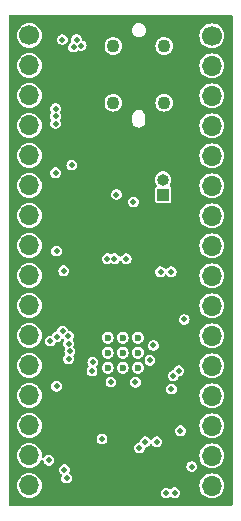
<source format=gbr>
%TF.GenerationSoftware,KiCad,Pcbnew,7.0.5-0*%
%TF.CreationDate,2023-06-22T06:59:56+09:00*%
%TF.ProjectId,RP2040_minimal,52503230-3430-45f6-9d69-6e696d616c2e,REV1*%
%TF.SameCoordinates,Original*%
%TF.FileFunction,Copper,L3,Inr*%
%TF.FilePolarity,Positive*%
%FSLAX46Y46*%
G04 Gerber Fmt 4.6, Leading zero omitted, Abs format (unit mm)*
G04 Created by KiCad (PCBNEW 7.0.5-0) date 2023-06-22 06:59:56*
%MOMM*%
%LPD*%
G01*
G04 APERTURE LIST*
%TA.AperFunction,ComponentPad*%
%ADD10C,0.600000*%
%TD*%
%TA.AperFunction,ComponentPad*%
%ADD11C,1.100000*%
%TD*%
%TA.AperFunction,ComponentPad*%
%ADD12R,1.000000X1.000000*%
%TD*%
%TA.AperFunction,ComponentPad*%
%ADD13O,1.000000X1.000000*%
%TD*%
%TA.AperFunction,ComponentPad*%
%ADD14C,1.700000*%
%TD*%
%TA.AperFunction,ComponentPad*%
%ADD15O,1.700000X1.700000*%
%TD*%
%TA.AperFunction,ViaPad*%
%ADD16C,0.500000*%
%TD*%
G04 APERTURE END LIST*
D10*
%TO.N,GND*%
%TO.C,U3*%
X-41580000Y30161500D03*
X-41580000Y28886500D03*
X-41580000Y27611500D03*
X-40305000Y30161500D03*
X-40305000Y28886500D03*
X-40305000Y27611500D03*
X-39030000Y30161500D03*
X-39030000Y28886500D03*
X-39030000Y27611500D03*
%TD*%
D11*
%TO.N,GND*%
%TO.C,J1*%
X-36790000Y54849000D03*
X-41090000Y54849000D03*
X-36790000Y50049000D03*
X-41090000Y50049000D03*
%TD*%
D12*
%TO.N,/~{USB_BOOT}*%
%TO.C,J2*%
X-36885000Y42279000D03*
D13*
%TO.N,GND*%
X-36885000Y43549000D03*
%TD*%
D14*
%TO.N,unconnected-(J4-Pin_1-Pad1)*%
%TO.C,J4*%
X-32766000Y55718000D03*
D15*
%TO.N,/A18*%
X-32766000Y53178000D03*
%TO.N,/A17*%
X-32766000Y50638000D03*
%TO.N,/A14*%
X-32766000Y48098000D03*
%TO.N,/A13*%
X-32766000Y45558000D03*
%TO.N,/A8*%
X-32766000Y43018000D03*
%TO.N,/A9*%
X-32766000Y40478000D03*
%TO.N,/A11*%
X-32766000Y37938000D03*
%TO.N,/~{OE}*%
X-32766000Y35398000D03*
%TO.N,/A10*%
X-32766000Y32858000D03*
%TO.N,/~{CE}*%
X-32766000Y30318000D03*
%TO.N,/D7*%
X-32766000Y27778000D03*
%TO.N,/D6*%
X-32766000Y25238000D03*
%TO.N,/D5*%
X-32766000Y22698000D03*
%TO.N,/D4*%
X-32766000Y20158000D03*
%TO.N,/D3*%
X-32766000Y17618000D03*
%TD*%
D14*
%TO.N,/A19*%
%TO.C,J3*%
X-48205000Y55749000D03*
D15*
%TO.N,/A16*%
X-48205000Y53209000D03*
%TO.N,/A15*%
X-48205000Y50669000D03*
%TO.N,/A12*%
X-48205000Y48129000D03*
%TO.N,/A7*%
X-48205000Y45589000D03*
%TO.N,/A6*%
X-48205000Y43049000D03*
%TO.N,/A5*%
X-48205000Y40509000D03*
%TO.N,/A4*%
X-48205000Y37969000D03*
%TO.N,/A3*%
X-48205000Y35429000D03*
%TO.N,/A2*%
X-48205000Y32889000D03*
%TO.N,/A1*%
X-48205000Y30349000D03*
%TO.N,/A0*%
X-48205000Y27809000D03*
%TO.N,/D0*%
X-48205000Y25269000D03*
%TO.N,/D1*%
X-48205000Y22729000D03*
%TO.N,/D2*%
X-48205000Y20189000D03*
%TO.N,GND*%
X-48205000Y17649000D03*
%TD*%
D16*
%TO.N,GND*%
X-40005000Y36849000D03*
X-44460000Y54765000D03*
X-38405000Y21349000D03*
X-38885000Y20825000D03*
X-42060000Y21587000D03*
X-39399500Y41649000D03*
X-45905000Y26051000D03*
X-41005000Y36849000D03*
X-41605000Y36849000D03*
X-45984000Y49558000D03*
X-45305000Y35827000D03*
X-35415000Y22289000D03*
X-45984000Y48288000D03*
X-45412534Y55395233D03*
X-37105000Y35749000D03*
X-37405000Y21349000D03*
X-45984000Y48923000D03*
X-41305000Y26399000D03*
X-44206000Y55400000D03*
X-36205000Y35749000D03*
X-43825000Y54892000D03*
%TO.N,+3V3*%
X-43190000Y47526000D03*
X-35205000Y33349000D03*
X-45305000Y33287000D03*
X-36205000Y33349000D03*
X-35415000Y24689000D03*
X-40105000Y33749000D03*
X-45905000Y28591000D03*
X-43825000Y47526000D03*
X-39705000Y33249000D03*
X-42555000Y47526000D03*
X-39105000Y23049000D03*
%TO.N,/~{USB_BOOT}*%
X-40845000Y42279000D03*
%TO.N,/A19*%
X-46555000Y19769000D03*
X-36185000Y25799000D03*
%TO.N,/A16*%
X-45065000Y18269000D03*
%TO.N,/A15*%
X-45235000Y18989000D03*
%TO.N,/A7*%
X-44895000Y28369000D03*
%TO.N,/A6*%
X-44788222Y29009665D03*
%TO.N,/A5*%
X-44886941Y29651622D03*
%TO.N,/A4*%
X-45905000Y37489000D03*
%TO.N,/A3*%
X-44907246Y30300807D03*
%TO.N,/A2*%
X-45395966Y30728599D03*
%TO.N,/A1*%
X-45895000Y30229000D03*
%TO.N,/A0*%
X-46435419Y29868721D03*
%TO.N,/D0*%
X-39230500Y26374500D03*
%TO.N,/D1*%
X-38005885Y28245570D03*
%TO.N,/D2*%
X-37704500Y29499000D03*
%TO.N,/A14*%
X-36635000Y16999000D03*
%TO.N,/A13*%
X-35915000Y17039000D03*
%TO.N,/A8*%
X-44625000Y44769000D03*
%TO.N,/A9*%
X-45995000Y44129000D03*
%TO.N,/A11*%
X-42835000Y28089000D03*
%TO.N,/~{OE}*%
X-35105000Y31699000D03*
X-36043801Y26941299D03*
%TO.N,/A10*%
X-42905000Y27329000D03*
%TO.N,/~{CE}*%
X-35555000Y27369000D03*
%TO.N,/D3*%
X-34455000Y19249000D03*
%TD*%
%TA.AperFunction,Conductor*%
%TO.N,+3V3*%
G36*
X-31059379Y57482498D02*
G01*
X-31012886Y57428842D01*
X-31001500Y57376500D01*
X-31001500Y16065500D01*
X-31021502Y15997379D01*
X-31075158Y15950886D01*
X-31127500Y15939500D01*
X-49832500Y15939500D01*
X-49900621Y15959502D01*
X-49947114Y16013158D01*
X-49958500Y16065500D01*
X-49958500Y17648997D01*
X-49260583Y17648997D01*
X-49240302Y17443073D01*
X-49240301Y17443067D01*
X-49240300Y17443066D01*
X-49212151Y17350269D01*
X-49180232Y17245046D01*
X-49117256Y17127226D01*
X-49082685Y17062550D01*
X-48951410Y16902590D01*
X-48791450Y16771315D01*
X-48608954Y16673768D01*
X-48410934Y16613700D01*
X-48410930Y16613700D01*
X-48410928Y16613699D01*
X-48205003Y16593417D01*
X-48205000Y16593417D01*
X-48204997Y16593417D01*
X-47999073Y16613699D01*
X-47999072Y16613700D01*
X-47999066Y16613700D01*
X-47801046Y16673768D01*
X-47618550Y16771315D01*
X-47458590Y16902590D01*
X-47379469Y16999000D01*
X-37090133Y16999000D01*
X-37071697Y16870774D01*
X-37017882Y16752937D01*
X-36949283Y16673768D01*
X-36933049Y16655033D01*
X-36829522Y16588500D01*
X-36824069Y16584996D01*
X-36699772Y16548500D01*
X-36699768Y16548500D01*
X-36570232Y16548500D01*
X-36570228Y16548500D01*
X-36445931Y16584996D01*
X-36336951Y16655033D01*
X-36336946Y16655040D01*
X-36330141Y16660934D01*
X-36327886Y16658331D01*
X-36282224Y16687719D01*
X-36211228Y16687767D01*
X-36178524Y16672845D01*
X-36131725Y16642769D01*
X-36104069Y16624996D01*
X-35979772Y16588500D01*
X-35979768Y16588500D01*
X-35850232Y16588500D01*
X-35850228Y16588500D01*
X-35725931Y16624996D01*
X-35616951Y16695033D01*
X-35532118Y16792937D01*
X-35478303Y16910774D01*
X-35459867Y17039000D01*
X-35478303Y17167226D01*
X-35532118Y17285063D01*
X-35616951Y17382967D01*
X-35616952Y17382968D01*
X-35725927Y17453002D01*
X-35725930Y17453004D01*
X-35725931Y17453004D01*
X-35725934Y17453005D01*
X-35850224Y17489499D01*
X-35850226Y17489500D01*
X-35850228Y17489500D01*
X-35979772Y17489500D01*
X-35979775Y17489500D01*
X-35979777Y17489499D01*
X-36104067Y17453005D01*
X-36104074Y17453002D01*
X-36213048Y17382969D01*
X-36219858Y17377067D01*
X-36222102Y17379657D01*
X-36267898Y17350246D01*
X-36338895Y17350269D01*
X-36371477Y17365156D01*
X-36445927Y17413002D01*
X-36445930Y17413004D01*
X-36445931Y17413004D01*
X-36548339Y17443073D01*
X-36570224Y17449499D01*
X-36570226Y17449500D01*
X-36570228Y17449500D01*
X-36699772Y17449500D01*
X-36699775Y17449500D01*
X-36699777Y17449499D01*
X-36824067Y17413005D01*
X-36824074Y17413002D01*
X-36933049Y17342968D01*
X-37017883Y17245064D01*
X-37017882Y17245063D01*
X-37071697Y17127226D01*
X-37090133Y16999000D01*
X-47379469Y16999000D01*
X-47327315Y17062550D01*
X-47229768Y17245046D01*
X-47169700Y17443066D01*
X-47165126Y17489499D01*
X-47152470Y17617997D01*
X-33821583Y17617997D01*
X-33801302Y17412073D01*
X-33801301Y17412067D01*
X-33801300Y17412066D01*
X-33750641Y17245063D01*
X-33741232Y17214046D01*
X-33647668Y17039000D01*
X-33643685Y17031550D01*
X-33512410Y16871590D01*
X-33352450Y16740315D01*
X-33169954Y16642768D01*
X-32971934Y16582700D01*
X-32971930Y16582700D01*
X-32971928Y16582699D01*
X-32766003Y16562417D01*
X-32766000Y16562417D01*
X-32765997Y16562417D01*
X-32560073Y16582699D01*
X-32560072Y16582700D01*
X-32560066Y16582700D01*
X-32362046Y16642768D01*
X-32179550Y16740315D01*
X-32019590Y16871590D01*
X-31888315Y17031550D01*
X-31790768Y17214046D01*
X-31730700Y17412066D01*
X-31730607Y17413004D01*
X-31710417Y17617997D01*
X-31710417Y17618004D01*
X-31730699Y17823928D01*
X-31730700Y17823930D01*
X-31730700Y17823934D01*
X-31790768Y18021954D01*
X-31888315Y18204450D01*
X-32019590Y18364410D01*
X-32179550Y18495685D01*
X-32179552Y18495686D01*
X-32179553Y18495687D01*
X-32362046Y18593232D01*
X-32560073Y18653302D01*
X-32765997Y18673583D01*
X-32766003Y18673583D01*
X-32971928Y18653302D01*
X-33169955Y18593232D01*
X-33352448Y18495687D01*
X-33512410Y18364410D01*
X-33643687Y18204448D01*
X-33741232Y18021955D01*
X-33801302Y17823928D01*
X-33821583Y17618004D01*
X-33821583Y17617997D01*
X-47152470Y17617997D01*
X-47149417Y17648997D01*
X-47149417Y17649004D01*
X-47169699Y17854928D01*
X-47169700Y17854930D01*
X-47169700Y17854934D01*
X-47229768Y18052954D01*
X-47327315Y18235450D01*
X-47458590Y18395410D01*
X-47618550Y18526685D01*
X-47618552Y18526686D01*
X-47618553Y18526687D01*
X-47801046Y18624232D01*
X-47869625Y18645035D01*
X-47999066Y18684300D01*
X-47999067Y18684301D01*
X-47999073Y18684302D01*
X-48204997Y18704583D01*
X-48205003Y18704583D01*
X-48410928Y18684302D01*
X-48608955Y18624232D01*
X-48791448Y18526687D01*
X-48951410Y18395410D01*
X-49082687Y18235448D01*
X-49180232Y18052955D01*
X-49240302Y17854928D01*
X-49260583Y17649004D01*
X-49260583Y17648997D01*
X-49958500Y17648997D01*
X-49958500Y18989000D01*
X-45690133Y18989000D01*
X-45671697Y18860774D01*
X-45617882Y18742937D01*
X-45533049Y18645033D01*
X-45513167Y18632256D01*
X-45466675Y18578601D01*
X-45456570Y18508328D01*
X-45466674Y18473916D01*
X-45501697Y18397227D01*
X-45501697Y18397226D01*
X-45520133Y18269000D01*
X-45501697Y18140774D01*
X-45447882Y18022937D01*
X-45363049Y17925033D01*
X-45254069Y17854996D01*
X-45129772Y17818500D01*
X-45129768Y17818500D01*
X-45000232Y17818500D01*
X-45000228Y17818500D01*
X-44875931Y17854996D01*
X-44766951Y17925033D01*
X-44682118Y18022937D01*
X-44628303Y18140774D01*
X-44609867Y18269000D01*
X-44628303Y18397226D01*
X-44682118Y18515063D01*
X-44737173Y18578601D01*
X-44766950Y18612967D01*
X-44786834Y18625745D01*
X-44833327Y18679401D01*
X-44843431Y18749675D01*
X-44833326Y18784086D01*
X-44810076Y18834996D01*
X-44798303Y18860774D01*
X-44779867Y18989000D01*
X-44798303Y19117226D01*
X-44852118Y19235063D01*
X-44864194Y19249000D01*
X-34910133Y19249000D01*
X-34891697Y19120774D01*
X-34837882Y19002937D01*
X-34753049Y18905033D01*
X-34684178Y18860772D01*
X-34644069Y18834996D01*
X-34519772Y18798500D01*
X-34519768Y18798500D01*
X-34390232Y18798500D01*
X-34390228Y18798500D01*
X-34265931Y18834996D01*
X-34156951Y18905033D01*
X-34072118Y19002937D01*
X-34018303Y19120774D01*
X-33999867Y19249000D01*
X-34018303Y19377226D01*
X-34072118Y19495063D01*
X-34156951Y19592967D01*
X-34156952Y19592968D01*
X-34265927Y19663002D01*
X-34265930Y19663004D01*
X-34265931Y19663004D01*
X-34265934Y19663005D01*
X-34390224Y19699499D01*
X-34390226Y19699500D01*
X-34390228Y19699500D01*
X-34519772Y19699500D01*
X-34519775Y19699500D01*
X-34519777Y19699499D01*
X-34644067Y19663005D01*
X-34644074Y19663002D01*
X-34753049Y19592968D01*
X-34837883Y19495064D01*
X-34837882Y19495063D01*
X-34891697Y19377226D01*
X-34910133Y19249000D01*
X-44864194Y19249000D01*
X-44936951Y19332967D01*
X-44936952Y19332968D01*
X-45045927Y19403002D01*
X-45045930Y19403004D01*
X-45045931Y19403004D01*
X-45045934Y19403005D01*
X-45170224Y19439499D01*
X-45170226Y19439500D01*
X-45170228Y19439500D01*
X-45299772Y19439500D01*
X-45299775Y19439500D01*
X-45299777Y19439499D01*
X-45424067Y19403005D01*
X-45424074Y19403002D01*
X-45533049Y19332968D01*
X-45605805Y19249001D01*
X-45617882Y19235063D01*
X-45671697Y19117226D01*
X-45690133Y18989000D01*
X-49958500Y18989000D01*
X-49958500Y20188997D01*
X-49260583Y20188997D01*
X-49240302Y19983073D01*
X-49180232Y19785046D01*
X-49103117Y19640774D01*
X-49082685Y19602550D01*
X-48951410Y19442590D01*
X-48791450Y19311315D01*
X-48608954Y19213768D01*
X-48410934Y19153700D01*
X-48410930Y19153700D01*
X-48410928Y19153699D01*
X-48205003Y19133417D01*
X-48205000Y19133417D01*
X-48204997Y19133417D01*
X-47999073Y19153699D01*
X-47999072Y19153700D01*
X-47999066Y19153700D01*
X-47801046Y19213768D01*
X-47618550Y19311315D01*
X-47458590Y19442590D01*
X-47327315Y19602550D01*
X-47239658Y19766545D01*
X-47189906Y19817192D01*
X-47120669Y19832902D01*
X-47053930Y19808686D01*
X-47010878Y19752232D01*
X-47003819Y19725080D01*
X-46991699Y19640781D01*
X-46991698Y19640777D01*
X-46991698Y19640776D01*
X-46991697Y19640774D01*
X-46937882Y19522937D01*
X-46853049Y19425033D01*
X-46744069Y19354996D01*
X-46619772Y19318500D01*
X-46619768Y19318500D01*
X-46490232Y19318500D01*
X-46490228Y19318500D01*
X-46365931Y19354996D01*
X-46256951Y19425033D01*
X-46172118Y19522937D01*
X-46118303Y19640774D01*
X-46099867Y19769000D01*
X-46118303Y19897226D01*
X-46172118Y20015063D01*
X-46256951Y20112967D01*
X-46256952Y20112968D01*
X-46327018Y20157997D01*
X-33821583Y20157997D01*
X-33801302Y19952073D01*
X-33741232Y19754046D01*
X-33655134Y19592968D01*
X-33643685Y19571550D01*
X-33512410Y19411590D01*
X-33352450Y19280315D01*
X-33169954Y19182768D01*
X-32971934Y19122700D01*
X-32971930Y19122700D01*
X-32971928Y19122699D01*
X-32766003Y19102417D01*
X-32766000Y19102417D01*
X-32765997Y19102417D01*
X-32560073Y19122699D01*
X-32560072Y19122700D01*
X-32560066Y19122700D01*
X-32362046Y19182768D01*
X-32179550Y19280315D01*
X-32019590Y19411590D01*
X-31888315Y19571550D01*
X-31790768Y19754046D01*
X-31730700Y19952066D01*
X-31728109Y19978365D01*
X-31710417Y20157997D01*
X-31710417Y20158004D01*
X-31730699Y20363928D01*
X-31730700Y20363930D01*
X-31730700Y20363934D01*
X-31790768Y20561954D01*
X-31888315Y20744450D01*
X-32019590Y20904410D01*
X-32179550Y21035685D01*
X-32179552Y21035686D01*
X-32179553Y21035687D01*
X-32362046Y21133232D01*
X-32560073Y21193302D01*
X-32765997Y21213583D01*
X-32766003Y21213583D01*
X-32971928Y21193302D01*
X-33169955Y21133232D01*
X-33352448Y21035687D01*
X-33512410Y20904410D01*
X-33643687Y20744448D01*
X-33741232Y20561955D01*
X-33801302Y20363928D01*
X-33821583Y20158004D01*
X-33821583Y20157997D01*
X-46327018Y20157997D01*
X-46365927Y20183002D01*
X-46365930Y20183004D01*
X-46365931Y20183004D01*
X-46365934Y20183005D01*
X-46490224Y20219499D01*
X-46490226Y20219500D01*
X-46490228Y20219500D01*
X-46619772Y20219500D01*
X-46619775Y20219500D01*
X-46619777Y20219499D01*
X-46744067Y20183005D01*
X-46744074Y20183002D01*
X-46853052Y20112967D01*
X-46936421Y20016750D01*
X-46996146Y19978365D01*
X-47067143Y19978364D01*
X-47126869Y20016747D01*
X-47156363Y20081328D01*
X-47157039Y20111611D01*
X-47149417Y20188998D01*
X-47149417Y20189004D01*
X-47169699Y20394928D01*
X-47169700Y20394930D01*
X-47169700Y20394934D01*
X-47229768Y20592954D01*
X-47327315Y20775450D01*
X-47367979Y20825000D01*
X-39340133Y20825000D01*
X-39321697Y20696774D01*
X-39267882Y20578937D01*
X-39183049Y20481033D01*
X-39074069Y20410996D01*
X-38949772Y20374500D01*
X-38949768Y20374500D01*
X-38820232Y20374500D01*
X-38820228Y20374500D01*
X-38695931Y20410996D01*
X-38586951Y20481033D01*
X-38502118Y20578937D01*
X-38448303Y20696774D01*
X-38434309Y20794112D01*
X-38404817Y20858688D01*
X-38345092Y20897073D01*
X-38345089Y20897073D01*
X-38340229Y20898500D01*
X-38340228Y20898500D01*
X-38215931Y20934996D01*
X-38106951Y21005033D01*
X-38022118Y21102937D01*
X-38019614Y21108421D01*
X-37973123Y21162075D01*
X-37905003Y21182079D01*
X-37836882Y21162078D01*
X-37790388Y21108424D01*
X-37787882Y21102937D01*
X-37703049Y21005033D01*
X-37594714Y20935410D01*
X-37594069Y20934996D01*
X-37469772Y20898500D01*
X-37469768Y20898500D01*
X-37340232Y20898500D01*
X-37340228Y20898500D01*
X-37215931Y20934996D01*
X-37106951Y21005033D01*
X-37022118Y21102937D01*
X-36968303Y21220774D01*
X-36949867Y21349000D01*
X-36968303Y21477226D01*
X-37022118Y21595063D01*
X-37106951Y21692967D01*
X-37106952Y21692968D01*
X-37215927Y21763002D01*
X-37215930Y21763004D01*
X-37215931Y21763004D01*
X-37215934Y21763005D01*
X-37340224Y21799499D01*
X-37340226Y21799500D01*
X-37340228Y21799500D01*
X-37469772Y21799500D01*
X-37469775Y21799500D01*
X-37469777Y21799499D01*
X-37594067Y21763005D01*
X-37594074Y21763002D01*
X-37703049Y21692968D01*
X-37787884Y21595061D01*
X-37787885Y21595059D01*
X-37790387Y21589579D01*
X-37836880Y21535924D01*
X-37905001Y21515922D01*
X-37973121Y21535924D01*
X-38019613Y21589579D01*
X-38022116Y21595059D01*
X-38022117Y21595061D01*
X-38022118Y21595062D01*
X-38022118Y21595063D01*
X-38106951Y21692967D01*
X-38106952Y21692968D01*
X-38215927Y21763002D01*
X-38215930Y21763004D01*
X-38215931Y21763004D01*
X-38215934Y21763005D01*
X-38340224Y21799499D01*
X-38340226Y21799500D01*
X-38340228Y21799500D01*
X-38469772Y21799500D01*
X-38469775Y21799500D01*
X-38469777Y21799499D01*
X-38594067Y21763005D01*
X-38594074Y21763002D01*
X-38703049Y21692968D01*
X-38787883Y21595064D01*
X-38787882Y21595063D01*
X-38841697Y21477226D01*
X-38844349Y21458776D01*
X-38855691Y21379892D01*
X-38885185Y21315312D01*
X-38944911Y21276928D01*
X-39074066Y21239005D01*
X-39074074Y21239002D01*
X-39183049Y21168968D01*
X-39267883Y21071064D01*
X-39267882Y21071063D01*
X-39321697Y20953226D01*
X-39340133Y20825000D01*
X-47367979Y20825000D01*
X-47458590Y20935410D01*
X-47618550Y21066685D01*
X-47618552Y21066686D01*
X-47618553Y21066687D01*
X-47801046Y21164232D01*
X-47859880Y21182079D01*
X-47999066Y21224300D01*
X-47999067Y21224301D01*
X-47999073Y21224302D01*
X-48204997Y21244583D01*
X-48205003Y21244583D01*
X-48410928Y21224302D01*
X-48608955Y21164232D01*
X-48791448Y21066687D01*
X-48951410Y20935410D01*
X-49082687Y20775448D01*
X-49180232Y20592955D01*
X-49240302Y20394928D01*
X-49260583Y20189004D01*
X-49260583Y20188997D01*
X-49958500Y20188997D01*
X-49958500Y21587000D01*
X-42515133Y21587000D01*
X-42496697Y21458774D01*
X-42442882Y21340937D01*
X-42386181Y21275500D01*
X-42358049Y21243033D01*
X-42263203Y21182079D01*
X-42249069Y21172996D01*
X-42124772Y21136500D01*
X-42124768Y21136500D01*
X-41995232Y21136500D01*
X-41995228Y21136500D01*
X-41870931Y21172996D01*
X-41761951Y21243033D01*
X-41677118Y21340937D01*
X-41623303Y21458774D01*
X-41604867Y21587000D01*
X-41623303Y21715226D01*
X-41677118Y21833063D01*
X-41761951Y21930967D01*
X-41761952Y21930968D01*
X-41870927Y22001002D01*
X-41870930Y22001004D01*
X-41870931Y22001004D01*
X-41870934Y22001005D01*
X-41995224Y22037499D01*
X-41995226Y22037500D01*
X-41995228Y22037500D01*
X-42124772Y22037500D01*
X-42124775Y22037500D01*
X-42124777Y22037499D01*
X-42249067Y22001005D01*
X-42249074Y22001002D01*
X-42358049Y21930968D01*
X-42427067Y21851315D01*
X-42442882Y21833063D01*
X-42496697Y21715226D01*
X-42515133Y21587000D01*
X-49958500Y21587000D01*
X-49958500Y22728997D01*
X-49260583Y22728997D01*
X-49240302Y22523073D01*
X-49240301Y22523067D01*
X-49240300Y22523066D01*
X-49180232Y22325046D01*
X-49082685Y22142550D01*
X-48951410Y21982590D01*
X-48791450Y21851315D01*
X-48608954Y21753768D01*
X-48410934Y21693700D01*
X-48410930Y21693700D01*
X-48410928Y21693699D01*
X-48205003Y21673417D01*
X-48205000Y21673417D01*
X-48204997Y21673417D01*
X-47999073Y21693699D01*
X-47999072Y21693700D01*
X-47999066Y21693700D01*
X-47801046Y21753768D01*
X-47618550Y21851315D01*
X-47458590Y21982590D01*
X-47327315Y22142550D01*
X-47249035Y22289000D01*
X-35870133Y22289000D01*
X-35851697Y22160774D01*
X-35797882Y22042937D01*
X-35713049Y21945033D01*
X-35604069Y21874996D01*
X-35479772Y21838500D01*
X-35479768Y21838500D01*
X-35350232Y21838500D01*
X-35350228Y21838500D01*
X-35225931Y21874996D01*
X-35116951Y21945033D01*
X-35032118Y22042937D01*
X-34978303Y22160774D01*
X-34959867Y22289000D01*
X-34978303Y22417226D01*
X-35032118Y22535063D01*
X-35116951Y22632967D01*
X-35116952Y22632968D01*
X-35218139Y22697997D01*
X-33821583Y22697997D01*
X-33801302Y22492073D01*
X-33801301Y22492067D01*
X-33801300Y22492066D01*
X-33741232Y22294046D01*
X-33643685Y22111550D01*
X-33512410Y21951590D01*
X-33352450Y21820315D01*
X-33169954Y21722768D01*
X-32971934Y21662700D01*
X-32971930Y21662700D01*
X-32971928Y21662699D01*
X-32766003Y21642417D01*
X-32766000Y21642417D01*
X-32765997Y21642417D01*
X-32560073Y21662699D01*
X-32560072Y21662700D01*
X-32560066Y21662700D01*
X-32362046Y21722768D01*
X-32179550Y21820315D01*
X-32019590Y21951590D01*
X-31888315Y22111550D01*
X-31790768Y22294046D01*
X-31730700Y22492066D01*
X-31727646Y22523066D01*
X-31710417Y22697997D01*
X-31710417Y22698004D01*
X-31730699Y22903928D01*
X-31730700Y22903930D01*
X-31730700Y22903934D01*
X-31790768Y23101954D01*
X-31888315Y23284450D01*
X-32019590Y23444410D01*
X-32179550Y23575685D01*
X-32179552Y23575686D01*
X-32179553Y23575687D01*
X-32362046Y23673232D01*
X-32560073Y23733302D01*
X-32765997Y23753583D01*
X-32766003Y23753583D01*
X-32971928Y23733302D01*
X-33169955Y23673232D01*
X-33352448Y23575687D01*
X-33512410Y23444410D01*
X-33643687Y23284448D01*
X-33741232Y23101955D01*
X-33801302Y22903928D01*
X-33821583Y22698004D01*
X-33821583Y22697997D01*
X-35218139Y22697997D01*
X-35225927Y22703002D01*
X-35225930Y22703004D01*
X-35225931Y22703004D01*
X-35314467Y22729000D01*
X-35350224Y22739499D01*
X-35350226Y22739500D01*
X-35350228Y22739500D01*
X-35479772Y22739500D01*
X-35479775Y22739500D01*
X-35479777Y22739499D01*
X-35604067Y22703005D01*
X-35604074Y22703002D01*
X-35713049Y22632968D01*
X-35797882Y22535063D01*
X-35851697Y22417225D01*
X-35869407Y22294046D01*
X-35870133Y22289000D01*
X-47249035Y22289000D01*
X-47229768Y22325046D01*
X-47169700Y22523066D01*
X-47158875Y22632967D01*
X-47149417Y22728997D01*
X-47149417Y22729004D01*
X-47169699Y22934928D01*
X-47169700Y22934930D01*
X-47169700Y22934934D01*
X-47229768Y23132954D01*
X-47327315Y23315450D01*
X-47458590Y23475410D01*
X-47618550Y23606685D01*
X-47618552Y23606686D01*
X-47618553Y23606687D01*
X-47801046Y23704232D01*
X-47801047Y23704233D01*
X-47999066Y23764300D01*
X-47999067Y23764301D01*
X-47999073Y23764302D01*
X-48204997Y23784583D01*
X-48205003Y23784583D01*
X-48410928Y23764302D01*
X-48608955Y23704232D01*
X-48791448Y23606687D01*
X-48951410Y23475410D01*
X-49082687Y23315448D01*
X-49180232Y23132955D01*
X-49240302Y22934928D01*
X-49260583Y22729004D01*
X-49260583Y22728997D01*
X-49958500Y22728997D01*
X-49958500Y25268997D01*
X-49260583Y25268997D01*
X-49240302Y25063073D01*
X-49240301Y25063067D01*
X-49240300Y25063066D01*
X-49180232Y24865046D01*
X-49082685Y24682550D01*
X-48951410Y24522590D01*
X-48791450Y24391315D01*
X-48608954Y24293768D01*
X-48410934Y24233700D01*
X-48410930Y24233700D01*
X-48410928Y24233699D01*
X-48205003Y24213417D01*
X-48205000Y24213417D01*
X-48204997Y24213417D01*
X-47999073Y24233699D01*
X-47999072Y24233700D01*
X-47999066Y24233700D01*
X-47801046Y24293768D01*
X-47618550Y24391315D01*
X-47458590Y24522590D01*
X-47327315Y24682550D01*
X-47229768Y24865046D01*
X-47169700Y25063066D01*
X-47152470Y25237997D01*
X-33821583Y25237997D01*
X-33801302Y25032073D01*
X-33801301Y25032067D01*
X-33801300Y25032066D01*
X-33741232Y24834046D01*
X-33643685Y24651550D01*
X-33512410Y24491590D01*
X-33352450Y24360315D01*
X-33169954Y24262768D01*
X-32971934Y24202700D01*
X-32971930Y24202700D01*
X-32971928Y24202699D01*
X-32766003Y24182417D01*
X-32766000Y24182417D01*
X-32765997Y24182417D01*
X-32560073Y24202699D01*
X-32560072Y24202700D01*
X-32560066Y24202700D01*
X-32362046Y24262768D01*
X-32179550Y24360315D01*
X-32019590Y24491590D01*
X-31888315Y24651550D01*
X-31790768Y24834046D01*
X-31730700Y25032066D01*
X-31727646Y25063066D01*
X-31710417Y25237997D01*
X-31710417Y25238004D01*
X-31730699Y25443928D01*
X-31730700Y25443930D01*
X-31730700Y25443934D01*
X-31790768Y25641954D01*
X-31888315Y25824450D01*
X-32019590Y25984410D01*
X-32179550Y26115685D01*
X-32179552Y26115686D01*
X-32179553Y26115687D01*
X-32362046Y26213232D01*
X-32551739Y26270774D01*
X-32560066Y26273300D01*
X-32560067Y26273301D01*
X-32560073Y26273302D01*
X-32765997Y26293583D01*
X-32766003Y26293583D01*
X-32971928Y26273302D01*
X-33169955Y26213232D01*
X-33352448Y26115687D01*
X-33512410Y25984410D01*
X-33643687Y25824448D01*
X-33741232Y25641955D01*
X-33801302Y25443928D01*
X-33821583Y25238004D01*
X-33821583Y25237997D01*
X-47152470Y25237997D01*
X-47149417Y25268997D01*
X-47149417Y25269004D01*
X-47169699Y25474928D01*
X-47169700Y25474930D01*
X-47169700Y25474934D01*
X-47229768Y25672954D01*
X-47327315Y25855450D01*
X-47458590Y26015410D01*
X-47501957Y26051000D01*
X-46360133Y26051000D01*
X-46341697Y25922774D01*
X-46287882Y25804937D01*
X-46203050Y25707034D01*
X-46203049Y25707033D01*
X-46101786Y25641955D01*
X-46094069Y25636996D01*
X-45969772Y25600500D01*
X-45969768Y25600500D01*
X-45840232Y25600500D01*
X-45840228Y25600500D01*
X-45715931Y25636996D01*
X-45606951Y25707033D01*
X-45527262Y25799000D01*
X-36640133Y25799000D01*
X-36621697Y25670774D01*
X-36567882Y25552937D01*
X-36483049Y25455033D01*
X-36374069Y25384996D01*
X-36249772Y25348500D01*
X-36249768Y25348500D01*
X-36120232Y25348500D01*
X-36120228Y25348500D01*
X-35995931Y25384996D01*
X-35886951Y25455033D01*
X-35802118Y25552937D01*
X-35748303Y25670774D01*
X-35729867Y25799000D01*
X-35748303Y25927226D01*
X-35802118Y26045063D01*
X-35886951Y26142967D01*
X-35886952Y26142968D01*
X-35995927Y26213002D01*
X-35995930Y26213004D01*
X-35995931Y26213004D01*
X-35996708Y26213232D01*
X-36101166Y26243903D01*
X-36126578Y26260234D01*
X-36163133Y26249500D01*
X-36249772Y26249500D01*
X-36249775Y26249500D01*
X-36249777Y26249499D01*
X-36374067Y26213005D01*
X-36374074Y26213002D01*
X-36483049Y26142968D01*
X-36506689Y26115685D01*
X-36567882Y26045063D01*
X-36621697Y25927226D01*
X-36640133Y25799000D01*
X-45527262Y25799000D01*
X-45522118Y25804937D01*
X-45468303Y25922774D01*
X-45449867Y26051000D01*
X-45468303Y26179226D01*
X-45522118Y26297063D01*
X-45606951Y26394967D01*
X-45606952Y26394968D01*
X-45613226Y26399000D01*
X-41760133Y26399000D01*
X-41741697Y26270774D01*
X-41687882Y26152937D01*
X-41603049Y26055033D01*
X-41494069Y25984996D01*
X-41369772Y25948500D01*
X-41369768Y25948500D01*
X-41240232Y25948500D01*
X-41240228Y25948500D01*
X-41115931Y25984996D01*
X-41006951Y26055033D01*
X-40922118Y26152937D01*
X-40868303Y26270774D01*
X-40853390Y26374500D01*
X-39685633Y26374500D01*
X-39667197Y26246274D01*
X-39613382Y26128437D01*
X-39528549Y26030533D01*
X-39419569Y25960496D01*
X-39295272Y25924000D01*
X-39295268Y25924000D01*
X-39165732Y25924000D01*
X-39165728Y25924000D01*
X-39041431Y25960496D01*
X-38932451Y26030533D01*
X-38847618Y26128437D01*
X-38793803Y26246274D01*
X-38775367Y26374500D01*
X-38793803Y26502726D01*
X-38847618Y26620563D01*
X-38932451Y26718467D01*
X-38932452Y26718468D01*
X-39041427Y26788502D01*
X-39041430Y26788504D01*
X-39041431Y26788504D01*
X-39041434Y26788505D01*
X-39165724Y26824999D01*
X-39165726Y26825000D01*
X-39165728Y26825000D01*
X-39295272Y26825000D01*
X-39295275Y26825000D01*
X-39295277Y26824999D01*
X-39419567Y26788505D01*
X-39419574Y26788502D01*
X-39528549Y26718468D01*
X-39592153Y26645063D01*
X-39613382Y26620563D01*
X-39667197Y26502726D01*
X-39685633Y26374500D01*
X-40853390Y26374500D01*
X-40849867Y26399000D01*
X-40868303Y26527226D01*
X-40922118Y26645063D01*
X-41006951Y26742967D01*
X-41006952Y26742968D01*
X-41115927Y26813002D01*
X-41115930Y26813004D01*
X-41115931Y26813004D01*
X-41116166Y26813073D01*
X-41240224Y26849499D01*
X-41240226Y26849500D01*
X-41240228Y26849500D01*
X-41369772Y26849500D01*
X-41369775Y26849500D01*
X-41369777Y26849499D01*
X-41494067Y26813005D01*
X-41494074Y26813002D01*
X-41603049Y26742968D01*
X-41644407Y26695237D01*
X-41687882Y26645063D01*
X-41741697Y26527226D01*
X-41760133Y26399000D01*
X-45613226Y26399000D01*
X-45715927Y26465002D01*
X-45715930Y26465004D01*
X-45715931Y26465004D01*
X-45715934Y26465005D01*
X-45840224Y26501499D01*
X-45840226Y26501500D01*
X-45840228Y26501500D01*
X-45969772Y26501500D01*
X-45969775Y26501500D01*
X-45969777Y26501499D01*
X-46094067Y26465005D01*
X-46094074Y26465002D01*
X-46203049Y26394968D01*
X-46281611Y26304300D01*
X-46287882Y26297063D01*
X-46341697Y26179226D01*
X-46360133Y26051000D01*
X-47501957Y26051000D01*
X-47618550Y26146685D01*
X-47618552Y26146686D01*
X-47618553Y26146687D01*
X-47801046Y26244232D01*
X-47818409Y26249499D01*
X-47999066Y26304300D01*
X-47999067Y26304301D01*
X-47999073Y26304302D01*
X-48204997Y26324583D01*
X-48205003Y26324583D01*
X-48410928Y26304302D01*
X-48608955Y26244232D01*
X-48791448Y26146687D01*
X-48951410Y26015410D01*
X-49082687Y25855448D01*
X-49180232Y25672955D01*
X-49240302Y25474928D01*
X-49260583Y25269004D01*
X-49260583Y25268997D01*
X-49958500Y25268997D01*
X-49958500Y27808997D01*
X-49260583Y27808997D01*
X-49240302Y27603073D01*
X-49180232Y27405046D01*
X-49086324Y27229357D01*
X-49082685Y27222550D01*
X-48951410Y27062590D01*
X-48791450Y26931315D01*
X-48608954Y26833768D01*
X-48410934Y26773700D01*
X-48410930Y26773700D01*
X-48410928Y26773699D01*
X-48205003Y26753417D01*
X-48205000Y26753417D01*
X-48204997Y26753417D01*
X-47999073Y26773699D01*
X-47999072Y26773700D01*
X-47999066Y26773700D01*
X-47801046Y26833768D01*
X-47618550Y26931315D01*
X-47458590Y27062590D01*
X-47327315Y27222550D01*
X-47270416Y27329000D01*
X-43360133Y27329000D01*
X-43341697Y27200774D01*
X-43287882Y27082937D01*
X-43203049Y26985033D01*
X-43099522Y26918500D01*
X-43094069Y26914996D01*
X-42969772Y26878500D01*
X-42969768Y26878500D01*
X-42840232Y26878500D01*
X-42840228Y26878500D01*
X-42715931Y26914996D01*
X-42675003Y26941299D01*
X-36498934Y26941299D01*
X-36480498Y26813073D01*
X-36426683Y26695236D01*
X-36341850Y26597332D01*
X-36232870Y26527295D01*
X-36127635Y26496396D01*
X-36102224Y26480066D01*
X-36065668Y26490799D01*
X-35979033Y26490799D01*
X-35979029Y26490799D01*
X-35854732Y26527295D01*
X-35745752Y26597332D01*
X-35660919Y26695236D01*
X-35607104Y26813073D01*
X-35607104Y26813079D01*
X-35604565Y26821721D01*
X-35602594Y26821143D01*
X-35577988Y26875016D01*
X-35518260Y26913397D01*
X-35498998Y26916167D01*
X-35499149Y26917218D01*
X-35490238Y26918500D01*
X-35490228Y26918500D01*
X-35365931Y26954996D01*
X-35256951Y27025033D01*
X-35172118Y27122937D01*
X-35118303Y27240774D01*
X-35099867Y27369000D01*
X-35118303Y27497226D01*
X-35172118Y27615063D01*
X-35256951Y27712967D01*
X-35256952Y27712968D01*
X-35358139Y27777997D01*
X-33821583Y27777997D01*
X-33801302Y27572073D01*
X-33741232Y27374046D01*
X-33648616Y27200774D01*
X-33643685Y27191550D01*
X-33512410Y27031590D01*
X-33352450Y26900315D01*
X-33169954Y26802768D01*
X-32971934Y26742700D01*
X-32971930Y26742700D01*
X-32971928Y26742699D01*
X-32766003Y26722417D01*
X-32766000Y26722417D01*
X-32765997Y26722417D01*
X-32560073Y26742699D01*
X-32560072Y26742700D01*
X-32560066Y26742700D01*
X-32362046Y26802768D01*
X-32179550Y26900315D01*
X-32019590Y27031590D01*
X-31888315Y27191550D01*
X-31790768Y27374046D01*
X-31730700Y27572066D01*
X-31727646Y27603066D01*
X-31710417Y27777997D01*
X-31710417Y27778004D01*
X-31730699Y27983928D01*
X-31730700Y27983930D01*
X-31730700Y27983934D01*
X-31790768Y28181954D01*
X-31888315Y28364450D01*
X-32019590Y28524410D01*
X-32179550Y28655685D01*
X-32179552Y28655686D01*
X-32179553Y28655687D01*
X-32362046Y28753232D01*
X-32560073Y28813302D01*
X-32765997Y28833583D01*
X-32766003Y28833583D01*
X-32971928Y28813302D01*
X-33169955Y28753232D01*
X-33352448Y28655687D01*
X-33512410Y28524410D01*
X-33643687Y28364448D01*
X-33741232Y28181955D01*
X-33801302Y27983928D01*
X-33821583Y27778004D01*
X-33821583Y27777997D01*
X-35358139Y27777997D01*
X-35365927Y27783002D01*
X-35365930Y27783004D01*
X-35365931Y27783004D01*
X-35407025Y27795070D01*
X-35490224Y27819499D01*
X-35490226Y27819500D01*
X-35490228Y27819500D01*
X-35619772Y27819500D01*
X-35619775Y27819500D01*
X-35619777Y27819499D01*
X-35744067Y27783005D01*
X-35744074Y27783002D01*
X-35853049Y27712968D01*
X-35937882Y27615063D01*
X-35991698Y27497224D01*
X-35994236Y27488578D01*
X-35996208Y27489157D01*
X-36020813Y27435283D01*
X-36080541Y27396902D01*
X-36099804Y27394133D01*
X-36099652Y27393081D01*
X-36108571Y27391799D01*
X-36108573Y27391799D01*
X-36108575Y27391799D01*
X-36108578Y27391798D01*
X-36232868Y27355304D01*
X-36232875Y27355301D01*
X-36341850Y27285267D01*
X-36396193Y27222550D01*
X-36426683Y27187362D01*
X-36480498Y27069525D01*
X-36498934Y26941299D01*
X-42675003Y26941299D01*
X-42606951Y26985033D01*
X-42522118Y27082937D01*
X-42468303Y27200774D01*
X-42449867Y27329000D01*
X-42468303Y27457226D01*
X-42522118Y27575063D01*
X-42531681Y27586099D01*
X-42543280Y27611500D01*
X-42085647Y27611500D01*
X-42065165Y27469043D01*
X-42005377Y27338127D01*
X-41921023Y27240776D01*
X-41911127Y27229356D01*
X-41866655Y27200776D01*
X-41790053Y27151547D01*
X-41651961Y27111000D01*
X-41508039Y27111000D01*
X-41369947Y27151547D01*
X-41248872Y27229357D01*
X-41154623Y27338127D01*
X-41094835Y27469043D01*
X-41074353Y27611500D01*
X-40810647Y27611500D01*
X-40790165Y27469043D01*
X-40730377Y27338127D01*
X-40646023Y27240776D01*
X-40636127Y27229356D01*
X-40591655Y27200776D01*
X-40515053Y27151547D01*
X-40376961Y27111000D01*
X-40233039Y27111000D01*
X-40094947Y27151547D01*
X-39973872Y27229357D01*
X-39879623Y27338127D01*
X-39819835Y27469043D01*
X-39799353Y27611500D01*
X-39535647Y27611500D01*
X-39515165Y27469043D01*
X-39455377Y27338127D01*
X-39371023Y27240776D01*
X-39361127Y27229356D01*
X-39316655Y27200776D01*
X-39240053Y27151547D01*
X-39101961Y27111000D01*
X-38958039Y27111000D01*
X-38819947Y27151547D01*
X-38698872Y27229357D01*
X-38604623Y27338127D01*
X-38544835Y27469043D01*
X-38524353Y27611500D01*
X-38544835Y27753957D01*
X-38591805Y27856804D01*
X-38595498Y27882488D01*
X-38611426Y27892724D01*
X-38619120Y27901603D01*
X-38698872Y27993643D01*
X-38698873Y27993644D01*
X-38698874Y27993645D01*
X-38819947Y28071453D01*
X-38958039Y28112000D01*
X-39101961Y28112000D01*
X-39240054Y28071453D01*
X-39361127Y27993645D01*
X-39455377Y27884874D01*
X-39504183Y27778004D01*
X-39515165Y27753957D01*
X-39535647Y27611500D01*
X-39799353Y27611500D01*
X-39819835Y27753957D01*
X-39879623Y27884873D01*
X-39973872Y27993643D01*
X-39973873Y27993644D01*
X-39973874Y27993645D01*
X-40094947Y28071453D01*
X-40233039Y28112000D01*
X-40376961Y28112000D01*
X-40515054Y28071453D01*
X-40636127Y27993645D01*
X-40730377Y27884874D01*
X-40779183Y27778004D01*
X-40790165Y27753957D01*
X-40810647Y27611500D01*
X-41074353Y27611500D01*
X-41094835Y27753957D01*
X-41154623Y27884873D01*
X-41248872Y27993643D01*
X-41248873Y27993644D01*
X-41248874Y27993645D01*
X-41369947Y28071453D01*
X-41508039Y28112000D01*
X-41651961Y28112000D01*
X-41790054Y28071453D01*
X-41911127Y27993645D01*
X-42005377Y27884874D01*
X-42054183Y27778004D01*
X-42065165Y27753957D01*
X-42085647Y27611500D01*
X-42543280Y27611500D01*
X-42561171Y27650680D01*
X-42551065Y27720954D01*
X-42531682Y27751115D01*
X-42452118Y27842937D01*
X-42398303Y27960774D01*
X-42379867Y28089000D01*
X-42398303Y28217226D01*
X-42411247Y28245570D01*
X-38461018Y28245570D01*
X-38451872Y28181955D01*
X-38442582Y28117344D01*
X-38401587Y28027578D01*
X-38397895Y28001895D01*
X-38381967Y27991659D01*
X-38381966Y27991657D01*
X-38303937Y27901604D01*
X-38212645Y27842935D01*
X-38194954Y27831566D01*
X-38070657Y27795070D01*
X-38070653Y27795070D01*
X-37941117Y27795070D01*
X-37941113Y27795070D01*
X-37816816Y27831566D01*
X-37707836Y27901603D01*
X-37623003Y27999507D01*
X-37569188Y28117344D01*
X-37550752Y28245570D01*
X-37569188Y28373796D01*
X-37623003Y28491633D01*
X-37707836Y28589537D01*
X-37707837Y28589538D01*
X-37816812Y28659572D01*
X-37816815Y28659574D01*
X-37816816Y28659574D01*
X-37837673Y28665698D01*
X-37941109Y28696069D01*
X-37941111Y28696070D01*
X-37941113Y28696070D01*
X-38070657Y28696070D01*
X-38070660Y28696070D01*
X-38070662Y28696069D01*
X-38194952Y28659575D01*
X-38194959Y28659572D01*
X-38303935Y28589538D01*
X-38388590Y28491838D01*
X-38393431Y28488728D01*
X-38394963Y28478069D01*
X-38394963Y28478068D01*
X-38442582Y28373797D01*
X-38443271Y28369001D01*
X-38461018Y28245570D01*
X-42411247Y28245570D01*
X-42452118Y28335063D01*
X-42536951Y28432967D01*
X-42536952Y28432968D01*
X-42645927Y28503002D01*
X-42645930Y28503004D01*
X-42645931Y28503004D01*
X-42645934Y28503005D01*
X-42770224Y28539499D01*
X-42770226Y28539500D01*
X-42770228Y28539500D01*
X-42899772Y28539500D01*
X-42899775Y28539500D01*
X-42899777Y28539499D01*
X-43024067Y28503005D01*
X-43024074Y28503002D01*
X-43133049Y28432968D01*
X-43192420Y28364448D01*
X-43217882Y28335063D01*
X-43260942Y28240774D01*
X-43271697Y28217225D01*
X-43286057Y28117346D01*
X-43290133Y28089000D01*
X-43271697Y27960774D01*
X-43217882Y27842937D01*
X-43217881Y27842936D01*
X-43217881Y27842935D01*
X-43208321Y27831902D01*
X-43178830Y27767320D01*
X-43188936Y27697047D01*
X-43208322Y27666882D01*
X-43256310Y27611500D01*
X-43287882Y27575063D01*
X-43341697Y27457226D01*
X-43360133Y27329000D01*
X-47270416Y27329000D01*
X-47229768Y27405046D01*
X-47169700Y27603066D01*
X-47163414Y27666882D01*
X-47149417Y27808997D01*
X-47149417Y27809004D01*
X-47169699Y28014928D01*
X-47169700Y28014930D01*
X-47169700Y28014934D01*
X-47229768Y28212954D01*
X-47327315Y28395450D01*
X-47458590Y28555410D01*
X-47618550Y28686685D01*
X-47618552Y28686686D01*
X-47618553Y28686687D01*
X-47801046Y28784232D01*
X-47801047Y28784233D01*
X-47999066Y28844300D01*
X-47999067Y28844301D01*
X-47999073Y28844302D01*
X-48204997Y28864583D01*
X-48205003Y28864583D01*
X-48410928Y28844302D01*
X-48608955Y28784232D01*
X-48791448Y28686687D01*
X-48951410Y28555410D01*
X-49082687Y28395448D01*
X-49180232Y28212955D01*
X-49240302Y28014928D01*
X-49260583Y27809004D01*
X-49260583Y27808997D01*
X-49958500Y27808997D01*
X-49958500Y30348997D01*
X-49260583Y30348997D01*
X-49240302Y30143073D01*
X-49240301Y30143067D01*
X-49240300Y30143066D01*
X-49180232Y29945046D01*
X-49082685Y29762550D01*
X-48951410Y29602590D01*
X-48791450Y29471315D01*
X-48608954Y29373768D01*
X-48410934Y29313700D01*
X-48410930Y29313700D01*
X-48410928Y29313699D01*
X-48205003Y29293417D01*
X-48205000Y29293417D01*
X-48204997Y29293417D01*
X-47999073Y29313699D01*
X-47999072Y29313700D01*
X-47999066Y29313700D01*
X-47801046Y29373768D01*
X-47618550Y29471315D01*
X-47458590Y29602590D01*
X-47327315Y29762550D01*
X-47270565Y29868721D01*
X-46890552Y29868721D01*
X-46872116Y29740495D01*
X-46818301Y29622658D01*
X-46774051Y29571590D01*
X-46733468Y29524754D01*
X-46626029Y29455707D01*
X-46624488Y29454717D01*
X-46500191Y29418221D01*
X-46500187Y29418221D01*
X-46370651Y29418221D01*
X-46370647Y29418221D01*
X-46246350Y29454717D01*
X-46137370Y29524754D01*
X-46052537Y29622658D01*
X-46015004Y29704844D01*
X-45968512Y29758498D01*
X-45900391Y29778500D01*
X-45830232Y29778500D01*
X-45830228Y29778500D01*
X-45705931Y29814996D01*
X-45596951Y29885033D01*
X-45512118Y29982937D01*
X-45495472Y30019388D01*
X-45448979Y30073043D01*
X-45380858Y30093045D01*
X-45312737Y30073043D01*
X-45285636Y30049559D01*
X-45282284Y30045691D01*
X-45252791Y29981111D01*
X-45262896Y29910837D01*
X-45268523Y29900532D01*
X-45269824Y29897685D01*
X-45269823Y29897685D01*
X-45323638Y29779848D01*
X-45342074Y29651622D01*
X-45323638Y29523396D01*
X-45269823Y29405559D01*
X-45218608Y29346453D01*
X-45213394Y29340436D01*
X-45183901Y29275855D01*
X-45194005Y29205582D01*
X-45217090Y29155033D01*
X-45224919Y29137891D01*
X-45243355Y29009665D01*
X-45224919Y28881439D01*
X-45203064Y28833583D01*
X-45197173Y28820685D01*
X-45187069Y28750412D01*
X-45216562Y28685832D01*
X-45277881Y28615066D01*
X-45277881Y28615065D01*
X-45277882Y28615064D01*
X-45277882Y28615063D01*
X-45331696Y28497227D01*
X-45331697Y28497225D01*
X-45349443Y28373796D01*
X-45350133Y28369000D01*
X-45331697Y28240774D01*
X-45277882Y28122937D01*
X-45195254Y28027578D01*
X-45193049Y28025033D01*
X-45157046Y28001895D01*
X-45084069Y27954996D01*
X-44959772Y27918500D01*
X-44959768Y27918500D01*
X-44830232Y27918500D01*
X-44830228Y27918500D01*
X-44705931Y27954996D01*
X-44596951Y28025033D01*
X-44512118Y28122937D01*
X-44458303Y28240774D01*
X-44439867Y28369000D01*
X-44458303Y28497226D01*
X-44486050Y28557981D01*
X-44496154Y28628254D01*
X-44466664Y28692831D01*
X-44405340Y28763602D01*
X-44351525Y28881439D01*
X-44350797Y28886500D01*
X-42085647Y28886500D01*
X-42065165Y28744043D01*
X-42006704Y28616033D01*
X-42005377Y28613127D01*
X-41911127Y28504356D01*
X-41850591Y28465453D01*
X-41790053Y28426547D01*
X-41651961Y28386000D01*
X-41508039Y28386000D01*
X-41369947Y28426547D01*
X-41248872Y28504357D01*
X-41154623Y28613127D01*
X-41094835Y28744043D01*
X-41074353Y28886500D01*
X-40810647Y28886500D01*
X-40790165Y28744043D01*
X-40731704Y28616033D01*
X-40730377Y28613127D01*
X-40636127Y28504356D01*
X-40575591Y28465453D01*
X-40515053Y28426547D01*
X-40376961Y28386000D01*
X-40233039Y28386000D01*
X-40094947Y28426547D01*
X-39973872Y28504357D01*
X-39879623Y28613127D01*
X-39819835Y28744043D01*
X-39799353Y28886500D01*
X-39535647Y28886500D01*
X-39515165Y28744043D01*
X-39456704Y28616033D01*
X-39455377Y28613127D01*
X-39361127Y28504356D01*
X-39300591Y28465453D01*
X-39240053Y28426547D01*
X-39101961Y28386000D01*
X-38958039Y28386000D01*
X-38819947Y28426547D01*
X-38698872Y28504357D01*
X-38604799Y28612924D01*
X-38599962Y28616033D01*
X-38598430Y28626690D01*
X-38544835Y28744043D01*
X-38524353Y28886500D01*
X-38544835Y29028957D01*
X-38604623Y29159873D01*
X-38698872Y29268643D01*
X-38698873Y29268644D01*
X-38698874Y29268645D01*
X-38819947Y29346453D01*
X-38958039Y29387000D01*
X-39101961Y29387000D01*
X-39240054Y29346453D01*
X-39361127Y29268645D01*
X-39455377Y29159874D01*
X-39489571Y29084999D01*
X-39515165Y29028957D01*
X-39535647Y28886500D01*
X-39799353Y28886500D01*
X-39819835Y29028957D01*
X-39879623Y29159873D01*
X-39973872Y29268643D01*
X-39973873Y29268644D01*
X-39973874Y29268645D01*
X-40094947Y29346453D01*
X-40233039Y29387000D01*
X-40376961Y29387000D01*
X-40515054Y29346453D01*
X-40636127Y29268645D01*
X-40730377Y29159874D01*
X-40764571Y29084999D01*
X-40790165Y29028957D01*
X-40810647Y28886500D01*
X-41074353Y28886500D01*
X-41094835Y29028957D01*
X-41154623Y29159873D01*
X-41248872Y29268643D01*
X-41248873Y29268644D01*
X-41248874Y29268645D01*
X-41369947Y29346453D01*
X-41508039Y29387000D01*
X-41651961Y29387000D01*
X-41790054Y29346453D01*
X-41911127Y29268645D01*
X-42005377Y29159874D01*
X-42039571Y29084999D01*
X-42065165Y29028957D01*
X-42085647Y28886500D01*
X-44350797Y28886500D01*
X-44333089Y29009665D01*
X-44351525Y29137891D01*
X-44405340Y29255728D01*
X-44461771Y29320854D01*
X-44491263Y29385433D01*
X-44481159Y29455704D01*
X-44461386Y29499000D01*
X-38159633Y29499000D01*
X-38141197Y29370774D01*
X-38087382Y29252937D01*
X-38046349Y29205582D01*
X-38002549Y29155033D01*
X-37975876Y29137891D01*
X-37893569Y29084996D01*
X-37769272Y29048500D01*
X-37769268Y29048500D01*
X-37639732Y29048500D01*
X-37639728Y29048500D01*
X-37515431Y29084996D01*
X-37406451Y29155033D01*
X-37321618Y29252937D01*
X-37267803Y29370774D01*
X-37249367Y29499000D01*
X-37267803Y29627226D01*
X-37321618Y29745063D01*
X-37406451Y29842967D01*
X-37406452Y29842968D01*
X-37515427Y29913002D01*
X-37515430Y29913004D01*
X-37515431Y29913004D01*
X-37515434Y29913005D01*
X-37639724Y29949499D01*
X-37639726Y29949500D01*
X-37639728Y29949500D01*
X-37769272Y29949500D01*
X-37769275Y29949500D01*
X-37769277Y29949499D01*
X-37893567Y29913005D01*
X-37893574Y29913002D01*
X-38002549Y29842968D01*
X-38058409Y29778500D01*
X-38087382Y29745063D01*
X-38141197Y29627226D01*
X-38159633Y29499000D01*
X-44461386Y29499000D01*
X-44450244Y29523396D01*
X-44431808Y29651622D01*
X-44450244Y29779848D01*
X-44504059Y29897685D01*
X-44511905Y29906740D01*
X-44541397Y29971319D01*
X-44531292Y30041593D01*
X-44525665Y30051899D01*
X-44524368Y30054740D01*
X-44524364Y30054744D01*
X-44475610Y30161500D01*
X-42085647Y30161500D01*
X-42065165Y30019043D01*
X-42005377Y29888127D01*
X-41911553Y29779847D01*
X-41911127Y29779356D01*
X-41884976Y29762550D01*
X-41790053Y29701547D01*
X-41651961Y29661000D01*
X-41508039Y29661000D01*
X-41369947Y29701547D01*
X-41248872Y29779357D01*
X-41154623Y29888127D01*
X-41094835Y30019043D01*
X-41074353Y30161500D01*
X-40810647Y30161500D01*
X-40790165Y30019043D01*
X-40730377Y29888127D01*
X-40636553Y29779847D01*
X-40636127Y29779356D01*
X-40609976Y29762550D01*
X-40515053Y29701547D01*
X-40376961Y29661000D01*
X-40233039Y29661000D01*
X-40094947Y29701547D01*
X-39973872Y29779357D01*
X-39879623Y29888127D01*
X-39819835Y30019043D01*
X-39799353Y30161500D01*
X-39535647Y30161500D01*
X-39515165Y30019043D01*
X-39455377Y29888127D01*
X-39361553Y29779847D01*
X-39361127Y29779356D01*
X-39334976Y29762550D01*
X-39240053Y29701547D01*
X-39101961Y29661000D01*
X-38958039Y29661000D01*
X-38819947Y29701547D01*
X-38698872Y29779357D01*
X-38604623Y29888127D01*
X-38544835Y30019043D01*
X-38524353Y30161500D01*
X-38544835Y30303957D01*
X-38551247Y30317997D01*
X-33821583Y30317997D01*
X-33801302Y30112073D01*
X-33801301Y30112067D01*
X-33801300Y30112066D01*
X-33773186Y30019387D01*
X-33741232Y29914046D01*
X-33648467Y29740495D01*
X-33643685Y29731550D01*
X-33512410Y29571590D01*
X-33352450Y29440315D01*
X-33169954Y29342768D01*
X-32971934Y29282700D01*
X-32971930Y29282700D01*
X-32971928Y29282699D01*
X-32766003Y29262417D01*
X-32766000Y29262417D01*
X-32765997Y29262417D01*
X-32560073Y29282699D01*
X-32560072Y29282700D01*
X-32560066Y29282700D01*
X-32362046Y29342768D01*
X-32179550Y29440315D01*
X-32019590Y29571590D01*
X-31888315Y29731550D01*
X-31790768Y29914046D01*
X-31730700Y30112066D01*
X-31727646Y30143066D01*
X-31710417Y30317997D01*
X-31710417Y30318004D01*
X-31730699Y30523928D01*
X-31730700Y30523930D01*
X-31730700Y30523934D01*
X-31790768Y30721954D01*
X-31888315Y30904450D01*
X-32019590Y31064410D01*
X-32179550Y31195685D01*
X-32179552Y31195686D01*
X-32179553Y31195687D01*
X-32362046Y31293232D01*
X-32560073Y31353302D01*
X-32765997Y31373583D01*
X-32766003Y31373583D01*
X-32971928Y31353302D01*
X-33169955Y31293232D01*
X-33352448Y31195687D01*
X-33512410Y31064410D01*
X-33643687Y30904448D01*
X-33741232Y30721955D01*
X-33801302Y30523928D01*
X-33821583Y30318004D01*
X-33821583Y30317997D01*
X-38551247Y30317997D01*
X-38604623Y30434873D01*
X-38698872Y30543643D01*
X-38698873Y30543644D01*
X-38698874Y30543645D01*
X-38819947Y30621453D01*
X-38958039Y30662000D01*
X-39101961Y30662000D01*
X-39240054Y30621453D01*
X-39361127Y30543645D01*
X-39455377Y30434874D01*
X-39494594Y30349000D01*
X-39515165Y30303957D01*
X-39535647Y30161500D01*
X-39799353Y30161500D01*
X-39819835Y30303957D01*
X-39879623Y30434873D01*
X-39973872Y30543643D01*
X-39973873Y30543644D01*
X-39973874Y30543645D01*
X-40094947Y30621453D01*
X-40233039Y30662000D01*
X-40376961Y30662000D01*
X-40515054Y30621453D01*
X-40636127Y30543645D01*
X-40730377Y30434874D01*
X-40769594Y30349000D01*
X-40790165Y30303957D01*
X-40810647Y30161500D01*
X-41074353Y30161500D01*
X-41094835Y30303957D01*
X-41154623Y30434873D01*
X-41248872Y30543643D01*
X-41248873Y30543644D01*
X-41248874Y30543645D01*
X-41369947Y30621453D01*
X-41508039Y30662000D01*
X-41651961Y30662000D01*
X-41790054Y30621453D01*
X-41911127Y30543645D01*
X-42005377Y30434874D01*
X-42044594Y30349000D01*
X-42065165Y30303957D01*
X-42085647Y30161500D01*
X-44475610Y30161500D01*
X-44470549Y30172581D01*
X-44452113Y30300807D01*
X-44470549Y30429033D01*
X-44524364Y30546870D01*
X-44609197Y30644774D01*
X-44609198Y30644775D01*
X-44718173Y30714809D01*
X-44718176Y30714811D01*
X-44718177Y30714811D01*
X-44742504Y30721954D01*
X-44842470Y30751306D01*
X-44842472Y30751307D01*
X-44842474Y30751307D01*
X-44842477Y30751307D01*
X-44851395Y30752589D01*
X-44850905Y30756002D01*
X-44903039Y30771309D01*
X-44949532Y30824965D01*
X-44956378Y30848281D01*
X-44956730Y30848177D01*
X-44959269Y30856823D01*
X-44959269Y30856824D01*
X-44959269Y30856825D01*
X-45013084Y30974662D01*
X-45097917Y31072566D01*
X-45097918Y31072567D01*
X-45206893Y31142601D01*
X-45206896Y31142603D01*
X-45206897Y31142603D01*
X-45206900Y31142604D01*
X-45331190Y31179098D01*
X-45331192Y31179099D01*
X-45331194Y31179099D01*
X-45460738Y31179099D01*
X-45460741Y31179099D01*
X-45460743Y31179098D01*
X-45585033Y31142604D01*
X-45585040Y31142601D01*
X-45694015Y31072567D01*
X-45778848Y30974662D01*
X-45832663Y30856825D01*
X-45837243Y30824965D01*
X-45842620Y30787569D01*
X-45872113Y30722988D01*
X-45931839Y30684604D01*
X-45951005Y30681849D01*
X-45950851Y30680782D01*
X-45959770Y30679500D01*
X-45959772Y30679500D01*
X-45959774Y30679500D01*
X-45959777Y30679499D01*
X-46084067Y30643005D01*
X-46084074Y30643002D01*
X-46193049Y30572968D01*
X-46277884Y30475061D01*
X-46277885Y30475059D01*
X-46315416Y30392878D01*
X-46361909Y30339222D01*
X-46430029Y30319221D01*
X-46500191Y30319221D01*
X-46500194Y30319221D01*
X-46500196Y30319220D01*
X-46624486Y30282726D01*
X-46624493Y30282723D01*
X-46733468Y30212689D01*
X-46777822Y30161500D01*
X-46818301Y30114784D01*
X-46872116Y29996947D01*
X-46890552Y29868721D01*
X-47270565Y29868721D01*
X-47229768Y29945046D01*
X-47169700Y30143066D01*
X-47166792Y30172583D01*
X-47149417Y30348997D01*
X-47149417Y30349004D01*
X-47169699Y30554928D01*
X-47169700Y30554930D01*
X-47169700Y30554934D01*
X-47229768Y30752954D01*
X-47327315Y30935450D01*
X-47458590Y31095410D01*
X-47618550Y31226685D01*
X-47618552Y31226686D01*
X-47618553Y31226687D01*
X-47801046Y31324232D01*
X-47801047Y31324233D01*
X-47999066Y31384300D01*
X-47999067Y31384301D01*
X-47999073Y31384302D01*
X-48204997Y31404583D01*
X-48205003Y31404583D01*
X-48410928Y31384302D01*
X-48608955Y31324232D01*
X-48791448Y31226687D01*
X-48951410Y31095410D01*
X-49082687Y30935448D01*
X-49180232Y30752955D01*
X-49240302Y30554928D01*
X-49260583Y30349004D01*
X-49260583Y30348997D01*
X-49958500Y30348997D01*
X-49958500Y31699000D01*
X-35560133Y31699000D01*
X-35541697Y31570774D01*
X-35487882Y31452937D01*
X-35403049Y31355033D01*
X-35294069Y31284996D01*
X-35169772Y31248500D01*
X-35169768Y31248500D01*
X-35040232Y31248500D01*
X-35040228Y31248500D01*
X-34915931Y31284996D01*
X-34806951Y31355033D01*
X-34722118Y31452937D01*
X-34668303Y31570774D01*
X-34649867Y31699000D01*
X-34668303Y31827226D01*
X-34722118Y31945063D01*
X-34806951Y32042967D01*
X-34806952Y32042968D01*
X-34915927Y32113002D01*
X-34915930Y32113004D01*
X-34915931Y32113004D01*
X-35016694Y32142590D01*
X-35040224Y32149499D01*
X-35040226Y32149500D01*
X-35040228Y32149500D01*
X-35169772Y32149500D01*
X-35169775Y32149500D01*
X-35169777Y32149499D01*
X-35294067Y32113005D01*
X-35294074Y32113002D01*
X-35403049Y32042968D01*
X-35487883Y31945063D01*
X-35487882Y31945063D01*
X-35541697Y31827226D01*
X-35560133Y31699000D01*
X-49958500Y31699000D01*
X-49958500Y32888997D01*
X-49260583Y32888997D01*
X-49240302Y32683073D01*
X-49240301Y32683067D01*
X-49240300Y32683066D01*
X-49180232Y32485046D01*
X-49082685Y32302550D01*
X-48951410Y32142590D01*
X-48791450Y32011315D01*
X-48608954Y31913768D01*
X-48410934Y31853700D01*
X-48410930Y31853700D01*
X-48410928Y31853699D01*
X-48205003Y31833417D01*
X-48205000Y31833417D01*
X-48204997Y31833417D01*
X-47999073Y31853699D01*
X-47999072Y31853700D01*
X-47999066Y31853700D01*
X-47801046Y31913768D01*
X-47618550Y32011315D01*
X-47458590Y32142590D01*
X-47327315Y32302550D01*
X-47229768Y32485046D01*
X-47169700Y32683066D01*
X-47152470Y32857997D01*
X-33821583Y32857997D01*
X-33801302Y32652073D01*
X-33801301Y32652067D01*
X-33801300Y32652066D01*
X-33741232Y32454046D01*
X-33643685Y32271550D01*
X-33512410Y32111590D01*
X-33352450Y31980315D01*
X-33169954Y31882768D01*
X-32971934Y31822700D01*
X-32971930Y31822700D01*
X-32971928Y31822699D01*
X-32766003Y31802417D01*
X-32766000Y31802417D01*
X-32765997Y31802417D01*
X-32560073Y31822699D01*
X-32560072Y31822700D01*
X-32560066Y31822700D01*
X-32362046Y31882768D01*
X-32179550Y31980315D01*
X-32019590Y32111590D01*
X-31888315Y32271550D01*
X-31790768Y32454046D01*
X-31730700Y32652066D01*
X-31727646Y32683066D01*
X-31710417Y32857997D01*
X-31710417Y32858004D01*
X-31730699Y33063928D01*
X-31730700Y33063930D01*
X-31730700Y33063934D01*
X-31790768Y33261954D01*
X-31888315Y33444450D01*
X-32019590Y33604410D01*
X-32179550Y33735685D01*
X-32179552Y33735686D01*
X-32179553Y33735687D01*
X-32362046Y33833232D01*
X-32560073Y33893302D01*
X-32765997Y33913583D01*
X-32766003Y33913583D01*
X-32971928Y33893302D01*
X-33169955Y33833232D01*
X-33352448Y33735687D01*
X-33512410Y33604410D01*
X-33643687Y33444448D01*
X-33741232Y33261955D01*
X-33801302Y33063928D01*
X-33821583Y32858004D01*
X-33821583Y32857997D01*
X-47152470Y32857997D01*
X-47149417Y32888997D01*
X-47149417Y32889004D01*
X-47169699Y33094928D01*
X-47169700Y33094930D01*
X-47169700Y33094934D01*
X-47229768Y33292954D01*
X-47327315Y33475450D01*
X-47458590Y33635410D01*
X-47618550Y33766685D01*
X-47618552Y33766686D01*
X-47618553Y33766687D01*
X-47801046Y33864232D01*
X-47801047Y33864233D01*
X-47999066Y33924300D01*
X-47999067Y33924301D01*
X-47999073Y33924302D01*
X-48204997Y33944583D01*
X-48205003Y33944583D01*
X-48410928Y33924302D01*
X-48608955Y33864232D01*
X-48791448Y33766687D01*
X-48951410Y33635410D01*
X-49082687Y33475448D01*
X-49180232Y33292955D01*
X-49240302Y33094928D01*
X-49260583Y32889004D01*
X-49260583Y32888997D01*
X-49958500Y32888997D01*
X-49958500Y35428997D01*
X-49260583Y35428997D01*
X-49240302Y35223073D01*
X-49240301Y35223067D01*
X-49240300Y35223066D01*
X-49180232Y35025046D01*
X-49082685Y34842550D01*
X-48951410Y34682590D01*
X-48791450Y34551315D01*
X-48608954Y34453768D01*
X-48410934Y34393700D01*
X-48410930Y34393700D01*
X-48410928Y34393699D01*
X-48205003Y34373417D01*
X-48205000Y34373417D01*
X-48204997Y34373417D01*
X-47999073Y34393699D01*
X-47999072Y34393700D01*
X-47999066Y34393700D01*
X-47801046Y34453768D01*
X-47618550Y34551315D01*
X-47458590Y34682590D01*
X-47327315Y34842550D01*
X-47229768Y35025046D01*
X-47169700Y35223066D01*
X-47158675Y35334996D01*
X-47149417Y35428997D01*
X-47149417Y35429004D01*
X-47169699Y35634928D01*
X-47169700Y35634930D01*
X-47169700Y35634934D01*
X-47227962Y35827000D01*
X-45760133Y35827000D01*
X-45741697Y35698774D01*
X-45687882Y35580937D01*
X-45603049Y35483033D01*
X-45494069Y35412996D01*
X-45369772Y35376500D01*
X-45369768Y35376500D01*
X-45240232Y35376500D01*
X-45240228Y35376500D01*
X-45115931Y35412996D01*
X-45006951Y35483033D01*
X-44922118Y35580937D01*
X-44868303Y35698774D01*
X-44861082Y35749000D01*
X-37560133Y35749000D01*
X-37541697Y35620774D01*
X-37487882Y35502937D01*
X-37403049Y35405033D01*
X-37294069Y35334996D01*
X-37169772Y35298500D01*
X-37169768Y35298500D01*
X-37040232Y35298500D01*
X-37040228Y35298500D01*
X-36915931Y35334996D01*
X-36817899Y35397997D01*
X-36806952Y35405032D01*
X-36800049Y35412999D01*
X-36750224Y35470501D01*
X-36690502Y35508883D01*
X-36619506Y35508885D01*
X-36559779Y35470503D01*
X-36559776Y35470500D01*
X-36503050Y35405033D01*
X-36458651Y35376500D01*
X-36394069Y35334996D01*
X-36269772Y35298500D01*
X-36269768Y35298500D01*
X-36140232Y35298500D01*
X-36140228Y35298500D01*
X-36015931Y35334996D01*
X-35917899Y35397997D01*
X-33821583Y35397997D01*
X-33801302Y35192073D01*
X-33801301Y35192067D01*
X-33801300Y35192066D01*
X-33741232Y34994046D01*
X-33643685Y34811550D01*
X-33512410Y34651590D01*
X-33352450Y34520315D01*
X-33169954Y34422768D01*
X-32971934Y34362700D01*
X-32971930Y34362700D01*
X-32971928Y34362699D01*
X-32766003Y34342417D01*
X-32766000Y34342417D01*
X-32765997Y34342417D01*
X-32560073Y34362699D01*
X-32560072Y34362700D01*
X-32560066Y34362700D01*
X-32362046Y34422768D01*
X-32179550Y34520315D01*
X-32019590Y34651590D01*
X-31888315Y34811550D01*
X-31790768Y34994046D01*
X-31730700Y35192066D01*
X-31727646Y35223066D01*
X-31710417Y35397997D01*
X-31710417Y35398004D01*
X-31730699Y35603928D01*
X-31730700Y35603930D01*
X-31730700Y35603934D01*
X-31790768Y35801954D01*
X-31888315Y35984450D01*
X-32019590Y36144410D01*
X-32179550Y36275685D01*
X-32179552Y36275686D01*
X-32179553Y36275687D01*
X-32362046Y36373232D01*
X-32560066Y36433300D01*
X-32560067Y36433301D01*
X-32560073Y36433302D01*
X-32765997Y36453583D01*
X-32766003Y36453583D01*
X-32971928Y36433302D01*
X-33169955Y36373232D01*
X-33352448Y36275687D01*
X-33512410Y36144410D01*
X-33643687Y35984448D01*
X-33741232Y35801955D01*
X-33801302Y35603928D01*
X-33821583Y35398004D01*
X-33821583Y35397997D01*
X-35917899Y35397997D01*
X-35906951Y35405033D01*
X-35822118Y35502937D01*
X-35768303Y35620774D01*
X-35749867Y35749000D01*
X-35768303Y35877226D01*
X-35822118Y35995063D01*
X-35906951Y36092967D01*
X-35906952Y36092968D01*
X-36015927Y36163002D01*
X-36015930Y36163004D01*
X-36015931Y36163004D01*
X-36043051Y36170967D01*
X-36140224Y36199499D01*
X-36140226Y36199500D01*
X-36140228Y36199500D01*
X-36269772Y36199500D01*
X-36269775Y36199500D01*
X-36269777Y36199499D01*
X-36394067Y36163005D01*
X-36394074Y36163002D01*
X-36503052Y36092967D01*
X-36559775Y36027502D01*
X-36619500Y35989117D01*
X-36690497Y35989116D01*
X-36750224Y36027500D01*
X-36750225Y36027502D01*
X-36806949Y36092967D01*
X-36915927Y36163002D01*
X-36915930Y36163004D01*
X-36915931Y36163004D01*
X-36943051Y36170967D01*
X-37040224Y36199499D01*
X-37040226Y36199500D01*
X-37040228Y36199500D01*
X-37169772Y36199500D01*
X-37169775Y36199500D01*
X-37169777Y36199499D01*
X-37294067Y36163005D01*
X-37294074Y36163002D01*
X-37403049Y36092968D01*
X-37420296Y36073063D01*
X-37487882Y35995063D01*
X-37541697Y35877226D01*
X-37560133Y35749000D01*
X-44861082Y35749000D01*
X-44849867Y35827000D01*
X-44868303Y35955226D01*
X-44922118Y36073063D01*
X-45006951Y36170967D01*
X-45006952Y36170968D01*
X-45115927Y36241002D01*
X-45115930Y36241004D01*
X-45115931Y36241004D01*
X-45115934Y36241005D01*
X-45240224Y36277499D01*
X-45240226Y36277500D01*
X-45240228Y36277500D01*
X-45369772Y36277500D01*
X-45369775Y36277500D01*
X-45369777Y36277499D01*
X-45494067Y36241005D01*
X-45494074Y36241002D01*
X-45603049Y36170968D01*
X-45687882Y36073063D01*
X-45741697Y35955226D01*
X-45760133Y35827000D01*
X-47227962Y35827000D01*
X-47229768Y35832954D01*
X-47327315Y36015450D01*
X-47458590Y36175410D01*
X-47618550Y36306685D01*
X-47618552Y36306686D01*
X-47618553Y36306687D01*
X-47801046Y36404232D01*
X-47801047Y36404232D01*
X-47999066Y36464300D01*
X-47999067Y36464301D01*
X-47999073Y36464302D01*
X-48204997Y36484583D01*
X-48205003Y36484583D01*
X-48410928Y36464302D01*
X-48608955Y36404232D01*
X-48791448Y36306687D01*
X-48951410Y36175410D01*
X-49082687Y36015448D01*
X-49180232Y35832955D01*
X-49240302Y35634928D01*
X-49260583Y35429004D01*
X-49260583Y35428997D01*
X-49958500Y35428997D01*
X-49958500Y36849000D01*
X-42060133Y36849000D01*
X-42041697Y36720774D01*
X-41987882Y36602937D01*
X-41903049Y36505033D01*
X-41794069Y36434996D01*
X-41669772Y36398500D01*
X-41669768Y36398500D01*
X-41540232Y36398500D01*
X-41540228Y36398500D01*
X-41415931Y36434996D01*
X-41373119Y36462510D01*
X-41305000Y36482511D01*
X-41236882Y36462510D01*
X-41194069Y36434996D01*
X-41069772Y36398500D01*
X-41069768Y36398500D01*
X-40940232Y36398500D01*
X-40940228Y36398500D01*
X-40815931Y36434996D01*
X-40706951Y36505033D01*
X-40622118Y36602937D01*
X-40619614Y36608421D01*
X-40573123Y36662075D01*
X-40505003Y36682079D01*
X-40436882Y36662078D01*
X-40390388Y36608424D01*
X-40387882Y36602937D01*
X-40303049Y36505033D01*
X-40194069Y36434996D01*
X-40069772Y36398500D01*
X-40069768Y36398500D01*
X-39940232Y36398500D01*
X-39940228Y36398500D01*
X-39815931Y36434996D01*
X-39706951Y36505033D01*
X-39622118Y36602937D01*
X-39568303Y36720774D01*
X-39549867Y36849000D01*
X-39568303Y36977226D01*
X-39622118Y37095063D01*
X-39706951Y37192967D01*
X-39706952Y37192968D01*
X-39815927Y37263002D01*
X-39815930Y37263004D01*
X-39815931Y37263004D01*
X-39815934Y37263005D01*
X-39940224Y37299499D01*
X-39940226Y37299500D01*
X-39940228Y37299500D01*
X-40069772Y37299500D01*
X-40069775Y37299500D01*
X-40069777Y37299499D01*
X-40194067Y37263005D01*
X-40194074Y37263002D01*
X-40303049Y37192968D01*
X-40387884Y37095061D01*
X-40387885Y37095059D01*
X-40390387Y37089579D01*
X-40436880Y37035924D01*
X-40505001Y37015922D01*
X-40573121Y37035924D01*
X-40619613Y37089579D01*
X-40622116Y37095059D01*
X-40622117Y37095061D01*
X-40622118Y37095062D01*
X-40622118Y37095063D01*
X-40706951Y37192967D01*
X-40706952Y37192968D01*
X-40815927Y37263002D01*
X-40815930Y37263004D01*
X-40815931Y37263004D01*
X-40815934Y37263005D01*
X-40940224Y37299499D01*
X-40940226Y37299500D01*
X-40940228Y37299500D01*
X-41069772Y37299500D01*
X-41069775Y37299500D01*
X-41069777Y37299499D01*
X-41194067Y37263005D01*
X-41194073Y37263002D01*
X-41236881Y37235491D01*
X-41305002Y37215490D01*
X-41373119Y37235491D01*
X-41415928Y37263002D01*
X-41415931Y37263004D01*
X-41415934Y37263005D01*
X-41540224Y37299499D01*
X-41540226Y37299500D01*
X-41540228Y37299500D01*
X-41669772Y37299500D01*
X-41669775Y37299500D01*
X-41669777Y37299499D01*
X-41794067Y37263005D01*
X-41794074Y37263002D01*
X-41903049Y37192968D01*
X-41987883Y37095063D01*
X-41987882Y37095063D01*
X-42041697Y36977226D01*
X-42060133Y36849000D01*
X-49958500Y36849000D01*
X-49958500Y37968997D01*
X-49260583Y37968997D01*
X-49240302Y37763073D01*
X-49240301Y37763067D01*
X-49240300Y37763066D01*
X-49180232Y37565046D01*
X-49082685Y37382550D01*
X-48951410Y37222590D01*
X-48791450Y37091315D01*
X-48608954Y36993768D01*
X-48410934Y36933700D01*
X-48410930Y36933700D01*
X-48410928Y36933699D01*
X-48205003Y36913417D01*
X-48205000Y36913417D01*
X-48204997Y36913417D01*
X-47999073Y36933699D01*
X-47999072Y36933700D01*
X-47999066Y36933700D01*
X-47801046Y36993768D01*
X-47618550Y37091315D01*
X-47458590Y37222590D01*
X-47327315Y37382550D01*
X-47270416Y37489000D01*
X-46360133Y37489000D01*
X-46341697Y37360774D01*
X-46287882Y37242937D01*
X-46270252Y37222591D01*
X-46203049Y37145033D01*
X-46119461Y37091314D01*
X-46094069Y37074996D01*
X-45969772Y37038500D01*
X-45969768Y37038500D01*
X-45840232Y37038500D01*
X-45840228Y37038500D01*
X-45715931Y37074996D01*
X-45606951Y37145033D01*
X-45522118Y37242937D01*
X-45468303Y37360774D01*
X-45449867Y37489000D01*
X-45468303Y37617226D01*
X-45522118Y37735063D01*
X-45606951Y37832967D01*
X-45606952Y37832968D01*
X-45715927Y37903002D01*
X-45715930Y37903004D01*
X-45715931Y37903004D01*
X-45835109Y37937997D01*
X-33821583Y37937997D01*
X-33801302Y37732073D01*
X-33741232Y37534046D01*
X-33648616Y37360774D01*
X-33643685Y37351550D01*
X-33512410Y37191590D01*
X-33352450Y37060315D01*
X-33169954Y36962768D01*
X-32971934Y36902700D01*
X-32971930Y36902700D01*
X-32971928Y36902699D01*
X-32766003Y36882417D01*
X-32766000Y36882417D01*
X-32765997Y36882417D01*
X-32560073Y36902699D01*
X-32560072Y36902700D01*
X-32560066Y36902700D01*
X-32362046Y36962768D01*
X-32179550Y37060315D01*
X-32019590Y37191590D01*
X-31888315Y37351550D01*
X-31790768Y37534046D01*
X-31730700Y37732066D01*
X-31727646Y37763066D01*
X-31710417Y37937997D01*
X-31710417Y37938004D01*
X-31730699Y38143928D01*
X-31730700Y38143930D01*
X-31730700Y38143934D01*
X-31790768Y38341954D01*
X-31888315Y38524450D01*
X-32019590Y38684410D01*
X-32179550Y38815685D01*
X-32179552Y38815686D01*
X-32179553Y38815687D01*
X-32362046Y38913232D01*
X-32560073Y38973302D01*
X-32765997Y38993583D01*
X-32766003Y38993583D01*
X-32971928Y38973302D01*
X-33169955Y38913232D01*
X-33352448Y38815687D01*
X-33512410Y38684410D01*
X-33643687Y38524448D01*
X-33741232Y38341955D01*
X-33801302Y38143928D01*
X-33821583Y37938004D01*
X-33821583Y37937997D01*
X-45835109Y37937997D01*
X-45835119Y37938000D01*
X-45840224Y37939499D01*
X-45840226Y37939500D01*
X-45840228Y37939500D01*
X-45969772Y37939500D01*
X-45969775Y37939500D01*
X-45969777Y37939499D01*
X-46094067Y37903005D01*
X-46094074Y37903002D01*
X-46203049Y37832968D01*
X-46263612Y37763073D01*
X-46287882Y37735063D01*
X-46341697Y37617226D01*
X-46360133Y37489000D01*
X-47270416Y37489000D01*
X-47229768Y37565046D01*
X-47169700Y37763066D01*
X-47152470Y37937997D01*
X-47149417Y37968997D01*
X-47149417Y37969004D01*
X-47169699Y38174928D01*
X-47169700Y38174930D01*
X-47169700Y38174934D01*
X-47229768Y38372954D01*
X-47327315Y38555450D01*
X-47458590Y38715410D01*
X-47618550Y38846685D01*
X-47618552Y38846686D01*
X-47618553Y38846687D01*
X-47801046Y38944232D01*
X-47801047Y38944232D01*
X-47999066Y39004300D01*
X-47999067Y39004301D01*
X-47999073Y39004302D01*
X-48204997Y39024583D01*
X-48205003Y39024583D01*
X-48410928Y39004302D01*
X-48608955Y38944232D01*
X-48791448Y38846687D01*
X-48951410Y38715410D01*
X-49082687Y38555448D01*
X-49180232Y38372955D01*
X-49240302Y38174928D01*
X-49260583Y37969004D01*
X-49260583Y37968997D01*
X-49958500Y37968997D01*
X-49958500Y40508997D01*
X-49260583Y40508997D01*
X-49240302Y40303073D01*
X-49240301Y40303067D01*
X-49240300Y40303066D01*
X-49180232Y40105046D01*
X-49082685Y39922550D01*
X-48951410Y39762590D01*
X-48791450Y39631315D01*
X-48608954Y39533768D01*
X-48410934Y39473700D01*
X-48410930Y39473700D01*
X-48410928Y39473699D01*
X-48205003Y39453417D01*
X-48205000Y39453417D01*
X-48204997Y39453417D01*
X-47999073Y39473699D01*
X-47999072Y39473700D01*
X-47999066Y39473700D01*
X-47801046Y39533768D01*
X-47618550Y39631315D01*
X-47458590Y39762590D01*
X-47327315Y39922550D01*
X-47229768Y40105046D01*
X-47169700Y40303066D01*
X-47152470Y40477997D01*
X-33821583Y40477997D01*
X-33801302Y40272073D01*
X-33801301Y40272067D01*
X-33801300Y40272066D01*
X-33741232Y40074046D01*
X-33643685Y39891550D01*
X-33512410Y39731590D01*
X-33352450Y39600315D01*
X-33169954Y39502768D01*
X-32971934Y39442700D01*
X-32971930Y39442700D01*
X-32971928Y39442699D01*
X-32766003Y39422417D01*
X-32766000Y39422417D01*
X-32765997Y39422417D01*
X-32560073Y39442699D01*
X-32560072Y39442700D01*
X-32560066Y39442700D01*
X-32362046Y39502768D01*
X-32179550Y39600315D01*
X-32019590Y39731590D01*
X-31888315Y39891550D01*
X-31790768Y40074046D01*
X-31730700Y40272066D01*
X-31727646Y40303066D01*
X-31710417Y40477997D01*
X-31710417Y40478004D01*
X-31730699Y40683928D01*
X-31730700Y40683930D01*
X-31730700Y40683934D01*
X-31790768Y40881954D01*
X-31888315Y41064450D01*
X-32019590Y41224410D01*
X-32179550Y41355685D01*
X-32179552Y41355686D01*
X-32179553Y41355687D01*
X-32362046Y41453232D01*
X-32560073Y41513302D01*
X-32765997Y41533583D01*
X-32766003Y41533583D01*
X-32971928Y41513302D01*
X-33169955Y41453232D01*
X-33352448Y41355687D01*
X-33512410Y41224410D01*
X-33643687Y41064448D01*
X-33741232Y40881955D01*
X-33801302Y40683928D01*
X-33821583Y40478004D01*
X-33821583Y40477997D01*
X-47152470Y40477997D01*
X-47149417Y40508997D01*
X-47149417Y40509004D01*
X-47169699Y40714928D01*
X-47169700Y40714930D01*
X-47169700Y40714934D01*
X-47229768Y40912954D01*
X-47327315Y41095450D01*
X-47458590Y41255410D01*
X-47618550Y41386685D01*
X-47618552Y41386686D01*
X-47618553Y41386687D01*
X-47801046Y41484232D01*
X-47801047Y41484232D01*
X-47999066Y41544300D01*
X-47999067Y41544301D01*
X-47999073Y41544302D01*
X-48204997Y41564583D01*
X-48205003Y41564583D01*
X-48410928Y41544302D01*
X-48608955Y41484232D01*
X-48791448Y41386687D01*
X-48951410Y41255410D01*
X-49082687Y41095448D01*
X-49180232Y40912955D01*
X-49240302Y40714928D01*
X-49260583Y40509004D01*
X-49260583Y40508997D01*
X-49958500Y40508997D01*
X-49958500Y41649000D01*
X-39854633Y41649000D01*
X-39836197Y41520774D01*
X-39782382Y41402937D01*
X-39697549Y41305033D01*
X-39588569Y41234996D01*
X-39464272Y41198500D01*
X-39464268Y41198500D01*
X-39334732Y41198500D01*
X-39334728Y41198500D01*
X-39210431Y41234996D01*
X-39101451Y41305033D01*
X-39016618Y41402937D01*
X-38962803Y41520774D01*
X-38944367Y41649000D01*
X-38962803Y41777226D01*
X-39016618Y41895063D01*
X-39101451Y41992967D01*
X-39101452Y41992968D01*
X-39210427Y42063002D01*
X-39210430Y42063004D01*
X-39210431Y42063004D01*
X-39210434Y42063005D01*
X-39334724Y42099499D01*
X-39334726Y42099500D01*
X-39334728Y42099500D01*
X-39464272Y42099500D01*
X-39464275Y42099500D01*
X-39464277Y42099499D01*
X-39588567Y42063005D01*
X-39588574Y42063002D01*
X-39697549Y41992968D01*
X-39782382Y41895064D01*
X-39782382Y41895063D01*
X-39836197Y41777226D01*
X-39854633Y41649000D01*
X-49958500Y41649000D01*
X-49958500Y43048997D01*
X-49260583Y43048997D01*
X-49240302Y42843073D01*
X-49240301Y42843067D01*
X-49240300Y42843066D01*
X-49180232Y42645046D01*
X-49082685Y42462550D01*
X-48951410Y42302590D01*
X-48791450Y42171315D01*
X-48608954Y42073768D01*
X-48410934Y42013700D01*
X-48410930Y42013700D01*
X-48410928Y42013699D01*
X-48205003Y41993417D01*
X-48205000Y41993417D01*
X-48204997Y41993417D01*
X-47999073Y42013699D01*
X-47999072Y42013700D01*
X-47999066Y42013700D01*
X-47801046Y42073768D01*
X-47618550Y42171315D01*
X-47487335Y42279000D01*
X-41300133Y42279000D01*
X-41281697Y42150774D01*
X-41227882Y42032937D01*
X-41143049Y41935033D01*
X-41034069Y41864996D01*
X-40909772Y41828500D01*
X-40909768Y41828500D01*
X-40780232Y41828500D01*
X-40780228Y41828500D01*
X-40655931Y41864996D01*
X-40546951Y41935033D01*
X-40462118Y42032937D01*
X-40408303Y42150774D01*
X-40389867Y42279000D01*
X-40408303Y42407226D01*
X-40462118Y42525063D01*
X-40546951Y42622967D01*
X-40546952Y42622968D01*
X-40655927Y42693002D01*
X-40655930Y42693004D01*
X-40655931Y42693004D01*
X-40655934Y42693005D01*
X-40780224Y42729499D01*
X-40780226Y42729500D01*
X-40780228Y42729500D01*
X-40909772Y42729500D01*
X-40909775Y42729500D01*
X-40909777Y42729499D01*
X-41034067Y42693005D01*
X-41034074Y42693002D01*
X-41143049Y42622968D01*
X-41227883Y42525063D01*
X-41227882Y42525063D01*
X-41281697Y42407226D01*
X-41300133Y42279000D01*
X-47487335Y42279000D01*
X-47458590Y42302590D01*
X-47327315Y42462550D01*
X-47229768Y42645046D01*
X-47169700Y42843066D01*
X-47168304Y42857232D01*
X-47149417Y43048997D01*
X-47149417Y43049004D01*
X-47169699Y43254928D01*
X-47169700Y43254930D01*
X-47169700Y43254934D01*
X-47229768Y43452954D01*
X-47281105Y43548998D01*
X-37590645Y43548998D01*
X-37570141Y43380129D01*
X-37509821Y43221075D01*
X-37509819Y43221071D01*
X-37448170Y43131758D01*
X-37425934Y43064334D01*
X-37443681Y42995591D01*
X-37481863Y42955418D01*
X-37529552Y42923553D01*
X-37573867Y42857232D01*
X-37573868Y42857229D01*
X-37585500Y42798751D01*
X-37585500Y42798748D01*
X-37585500Y41759252D01*
X-37573867Y41700769D01*
X-37529552Y41634448D01*
X-37463231Y41590133D01*
X-37404748Y41578500D01*
X-37404747Y41578500D01*
X-36365253Y41578500D01*
X-36365252Y41578500D01*
X-36306769Y41590133D01*
X-36240448Y41634448D01*
X-36196133Y41700769D01*
X-36184500Y41759252D01*
X-36184500Y42798748D01*
X-36196133Y42857231D01*
X-36240448Y42923552D01*
X-36288138Y42955418D01*
X-36333665Y43009894D01*
X-36334683Y43017997D01*
X-33821583Y43017997D01*
X-33801302Y42812073D01*
X-33801301Y42812067D01*
X-33801300Y42812066D01*
X-33741232Y42614046D01*
X-33643685Y42431550D01*
X-33512410Y42271590D01*
X-33352450Y42140315D01*
X-33169954Y42042768D01*
X-32971934Y41982700D01*
X-32971930Y41982700D01*
X-32971928Y41982699D01*
X-32766003Y41962417D01*
X-32766000Y41962417D01*
X-32765997Y41962417D01*
X-32560073Y41982699D01*
X-32560072Y41982700D01*
X-32560066Y41982700D01*
X-32362046Y42042768D01*
X-32179550Y42140315D01*
X-32019590Y42271590D01*
X-31888315Y42431550D01*
X-31790768Y42614046D01*
X-31730700Y42812066D01*
X-31727646Y42843066D01*
X-31710417Y43017997D01*
X-31710417Y43018004D01*
X-31730699Y43223928D01*
X-31730700Y43223930D01*
X-31730700Y43223934D01*
X-31790768Y43421954D01*
X-31888315Y43604450D01*
X-32019590Y43764410D01*
X-32179550Y43895685D01*
X-32179552Y43895686D01*
X-32179553Y43895687D01*
X-32362046Y43993232D01*
X-32386916Y44000776D01*
X-32560066Y44053300D01*
X-32560067Y44053301D01*
X-32560073Y44053302D01*
X-32765997Y44073583D01*
X-32766003Y44073583D01*
X-32971928Y44053302D01*
X-33169955Y43993232D01*
X-33352448Y43895687D01*
X-33512410Y43764410D01*
X-33643687Y43604448D01*
X-33741232Y43421955D01*
X-33801302Y43223928D01*
X-33821583Y43018004D01*
X-33821583Y43017997D01*
X-36334683Y43017997D01*
X-36342513Y43080337D01*
X-36321830Y43131758D01*
X-36260182Y43221070D01*
X-36199860Y43380128D01*
X-36179355Y43549000D01*
X-36186088Y43604448D01*
X-36199860Y43717872D01*
X-36260180Y43876926D01*
X-36260182Y43876930D01*
X-36356817Y44016929D01*
X-36356819Y44016931D01*
X-36484143Y44129730D01*
X-36484149Y44129735D01*
X-36634775Y44208790D01*
X-36634779Y44208792D01*
X-36799941Y44249500D01*
X-36799944Y44249500D01*
X-36970056Y44249500D01*
X-36970060Y44249500D01*
X-37135222Y44208792D01*
X-37135226Y44208790D01*
X-37285852Y44129735D01*
X-37285858Y44129730D01*
X-37413182Y44016931D01*
X-37413184Y44016929D01*
X-37509819Y43876930D01*
X-37509821Y43876926D01*
X-37570141Y43717872D01*
X-37590645Y43549003D01*
X-37590645Y43548998D01*
X-47281105Y43548998D01*
X-47327315Y43635450D01*
X-47458590Y43795410D01*
X-47618550Y43926685D01*
X-47618552Y43926686D01*
X-47618553Y43926687D01*
X-47801046Y44024232D01*
X-47801047Y44024232D01*
X-47999066Y44084300D01*
X-47999067Y44084301D01*
X-47999073Y44084302D01*
X-48204997Y44104583D01*
X-48205003Y44104583D01*
X-48410928Y44084302D01*
X-48608955Y44024232D01*
X-48791448Y43926687D01*
X-48951410Y43795410D01*
X-49082687Y43635448D01*
X-49180232Y43452955D01*
X-49240302Y43254928D01*
X-49260583Y43049004D01*
X-49260583Y43048997D01*
X-49958500Y43048997D01*
X-49958500Y44129000D01*
X-46450133Y44129000D01*
X-46431697Y44000774D01*
X-46377882Y43882937D01*
X-46293049Y43785033D01*
X-46184069Y43714996D01*
X-46059772Y43678500D01*
X-46059768Y43678500D01*
X-45930232Y43678500D01*
X-45930228Y43678500D01*
X-45805931Y43714996D01*
X-45696951Y43785033D01*
X-45612118Y43882937D01*
X-45558303Y44000774D01*
X-45539867Y44129000D01*
X-45558303Y44257226D01*
X-45612118Y44375063D01*
X-45696951Y44472967D01*
X-45696952Y44472968D01*
X-45805927Y44543002D01*
X-45805930Y44543004D01*
X-45805931Y44543004D01*
X-45805934Y44543005D01*
X-45930224Y44579499D01*
X-45930226Y44579500D01*
X-45930228Y44579500D01*
X-46059772Y44579500D01*
X-46059775Y44579500D01*
X-46059777Y44579499D01*
X-46184067Y44543005D01*
X-46184074Y44543002D01*
X-46293049Y44472968D01*
X-46377883Y44375063D01*
X-46377882Y44375063D01*
X-46431697Y44257226D01*
X-46450133Y44129000D01*
X-49958500Y44129000D01*
X-49958500Y45588997D01*
X-49260583Y45588997D01*
X-49240302Y45383073D01*
X-49180232Y45185046D01*
X-49089374Y45015063D01*
X-49082685Y45002550D01*
X-48951410Y44842590D01*
X-48791450Y44711315D01*
X-48608954Y44613768D01*
X-48410934Y44553700D01*
X-48410930Y44553700D01*
X-48410928Y44553699D01*
X-48205003Y44533417D01*
X-48205000Y44533417D01*
X-48204997Y44533417D01*
X-47999073Y44553699D01*
X-47999072Y44553700D01*
X-47999066Y44553700D01*
X-47801046Y44613768D01*
X-47618550Y44711315D01*
X-47548260Y44769000D01*
X-45080133Y44769000D01*
X-45061697Y44640774D01*
X-45007882Y44522937D01*
X-44923049Y44425033D01*
X-44814069Y44354996D01*
X-44689772Y44318500D01*
X-44689768Y44318500D01*
X-44560232Y44318500D01*
X-44560228Y44318500D01*
X-44435931Y44354996D01*
X-44326951Y44425033D01*
X-44242118Y44522937D01*
X-44188303Y44640774D01*
X-44169867Y44769000D01*
X-44188303Y44897226D01*
X-44242118Y45015063D01*
X-44326951Y45112967D01*
X-44326952Y45112968D01*
X-44435927Y45183002D01*
X-44435930Y45183004D01*
X-44435931Y45183004D01*
X-44435934Y45183005D01*
X-44560224Y45219499D01*
X-44560226Y45219500D01*
X-44560228Y45219500D01*
X-44689772Y45219500D01*
X-44689775Y45219500D01*
X-44689777Y45219499D01*
X-44814067Y45183005D01*
X-44814074Y45183002D01*
X-44923049Y45112968D01*
X-45007883Y45015063D01*
X-45007882Y45015063D01*
X-45061697Y44897226D01*
X-45080133Y44769000D01*
X-47548260Y44769000D01*
X-47458590Y44842590D01*
X-47327315Y45002550D01*
X-47229768Y45185046D01*
X-47169700Y45383066D01*
X-47152470Y45557997D01*
X-33821583Y45557997D01*
X-33801302Y45352073D01*
X-33801301Y45352067D01*
X-33801300Y45352066D01*
X-33750016Y45183004D01*
X-33741232Y45154046D01*
X-33666944Y45015063D01*
X-33643685Y44971550D01*
X-33512410Y44811590D01*
X-33352450Y44680315D01*
X-33169954Y44582768D01*
X-32971934Y44522700D01*
X-32971930Y44522700D01*
X-32971928Y44522699D01*
X-32766003Y44502417D01*
X-32766000Y44502417D01*
X-32765997Y44502417D01*
X-32560073Y44522699D01*
X-32560072Y44522700D01*
X-32560066Y44522700D01*
X-32362046Y44582768D01*
X-32179550Y44680315D01*
X-32019590Y44811590D01*
X-31888315Y44971550D01*
X-31790768Y45154046D01*
X-31730700Y45352066D01*
X-31727646Y45383066D01*
X-31710417Y45557997D01*
X-31710417Y45558004D01*
X-31730699Y45763928D01*
X-31730700Y45763930D01*
X-31730700Y45763934D01*
X-31790768Y45961954D01*
X-31888315Y46144450D01*
X-32019590Y46304410D01*
X-32179550Y46435685D01*
X-32179552Y46435686D01*
X-32179553Y46435687D01*
X-32362046Y46533232D01*
X-32560073Y46593302D01*
X-32765997Y46613583D01*
X-32766003Y46613583D01*
X-32971928Y46593302D01*
X-33169955Y46533232D01*
X-33352448Y46435687D01*
X-33512410Y46304410D01*
X-33643687Y46144448D01*
X-33741232Y45961955D01*
X-33801302Y45763928D01*
X-33821583Y45558004D01*
X-33821583Y45557997D01*
X-47152470Y45557997D01*
X-47149417Y45588997D01*
X-47149417Y45589004D01*
X-47169699Y45794928D01*
X-47169700Y45794930D01*
X-47169700Y45794934D01*
X-47229768Y45992954D01*
X-47327315Y46175450D01*
X-47458590Y46335410D01*
X-47618550Y46466685D01*
X-47618552Y46466686D01*
X-47618553Y46466687D01*
X-47801046Y46564232D01*
X-47801047Y46564232D01*
X-47999066Y46624300D01*
X-47999067Y46624301D01*
X-47999073Y46624302D01*
X-48204997Y46644583D01*
X-48205003Y46644583D01*
X-48410928Y46624302D01*
X-48608955Y46564232D01*
X-48791448Y46466687D01*
X-48951410Y46335410D01*
X-49082687Y46175448D01*
X-49180232Y45992955D01*
X-49240302Y45794928D01*
X-49260583Y45589004D01*
X-49260583Y45588997D01*
X-49958500Y45588997D01*
X-49958500Y48128997D01*
X-49260583Y48128997D01*
X-49240302Y47923073D01*
X-49240301Y47923067D01*
X-49240300Y47923066D01*
X-49180232Y47725046D01*
X-49082685Y47542550D01*
X-48951410Y47382590D01*
X-48791450Y47251315D01*
X-48608954Y47153768D01*
X-48410934Y47093700D01*
X-48410930Y47093700D01*
X-48410928Y47093699D01*
X-48205003Y47073417D01*
X-48205000Y47073417D01*
X-48204997Y47073417D01*
X-47999073Y47093699D01*
X-47999072Y47093700D01*
X-47999066Y47093700D01*
X-47801046Y47153768D01*
X-47618550Y47251315D01*
X-47458590Y47382590D01*
X-47327315Y47542550D01*
X-47229768Y47725046D01*
X-47169700Y47923066D01*
X-47166571Y47954829D01*
X-47149417Y48128997D01*
X-47149417Y48129004D01*
X-47165077Y48288000D01*
X-46439133Y48288000D01*
X-46420697Y48159774D01*
X-46366882Y48041937D01*
X-46291404Y47954829D01*
X-46282049Y47944033D01*
X-46201198Y47892073D01*
X-46173069Y47873996D01*
X-46048772Y47837500D01*
X-46048768Y47837500D01*
X-45919232Y47837500D01*
X-45919228Y47837500D01*
X-45794931Y47873996D01*
X-45685951Y47944033D01*
X-45601118Y48041937D01*
X-45547303Y48159774D01*
X-45528867Y48288000D01*
X-45547303Y48416226D01*
X-45563648Y48452016D01*
X-39480500Y48452016D01*
X-39465352Y48341812D01*
X-39465350Y48341804D01*
X-39406156Y48205524D01*
X-39312389Y48090269D01*
X-39191003Y48004586D01*
X-39051002Y47954829D01*
X-38902768Y47944690D01*
X-38757296Y47974919D01*
X-38625374Y48043276D01*
X-38566782Y48097997D01*
X-33821583Y48097997D01*
X-33801302Y47892073D01*
X-33801301Y47892067D01*
X-33801300Y47892066D01*
X-33741232Y47694046D01*
X-33643685Y47511550D01*
X-33512410Y47351590D01*
X-33352450Y47220315D01*
X-33169954Y47122768D01*
X-32971934Y47062700D01*
X-32971930Y47062700D01*
X-32971928Y47062699D01*
X-32766003Y47042417D01*
X-32766000Y47042417D01*
X-32765997Y47042417D01*
X-32560073Y47062699D01*
X-32560072Y47062700D01*
X-32560066Y47062700D01*
X-32362046Y47122768D01*
X-32179550Y47220315D01*
X-32019590Y47351590D01*
X-31888315Y47511550D01*
X-31790768Y47694046D01*
X-31730700Y47892066D01*
X-31727646Y47923066D01*
X-31710417Y48097997D01*
X-31710417Y48098004D01*
X-31730699Y48303928D01*
X-31730700Y48303930D01*
X-31730700Y48303934D01*
X-31790768Y48501954D01*
X-31888315Y48684450D01*
X-32019590Y48844410D01*
X-32179550Y48975685D01*
X-32179552Y48975686D01*
X-32179553Y48975687D01*
X-32362046Y49073232D01*
X-32560073Y49133302D01*
X-32765997Y49153583D01*
X-32766003Y49153583D01*
X-32971928Y49133302D01*
X-33169955Y49073232D01*
X-33352448Y48975687D01*
X-33512410Y48844410D01*
X-33643687Y48684448D01*
X-33741232Y48501955D01*
X-33801302Y48303928D01*
X-33821583Y48098004D01*
X-33821583Y48097997D01*
X-38566782Y48097997D01*
X-38516786Y48144690D01*
X-38439586Y48271640D01*
X-38399500Y48414710D01*
X-38399500Y48945974D01*
X-38399500Y48945975D01*
X-38399501Y48945985D01*
X-38414649Y49056189D01*
X-38414650Y49056190D01*
X-38414650Y49056196D01*
X-38473844Y49192476D01*
X-38567611Y49307731D01*
X-38688997Y49393414D01*
X-38689000Y49393415D01*
X-38689001Y49393416D01*
X-38828997Y49443171D01*
X-38829002Y49443172D01*
X-38977231Y49453310D01*
X-38977232Y49453310D01*
X-39013600Y49445753D01*
X-39122707Y49423081D01*
X-39254625Y49354725D01*
X-39254628Y49354723D01*
X-39363216Y49253309D01*
X-39440413Y49126364D01*
X-39480500Y48983290D01*
X-39480500Y48452016D01*
X-45563648Y48452016D01*
X-45601118Y48534063D01*
X-45601120Y48534065D01*
X-45603246Y48537373D01*
X-45604356Y48541152D01*
X-45604862Y48542260D01*
X-45604703Y48542333D01*
X-45623252Y48605492D01*
X-45604706Y48668669D01*
X-45604862Y48668740D01*
X-45604366Y48669827D01*
X-45603254Y48673614D01*
X-45603246Y48673627D01*
X-45601122Y48676933D01*
X-45601118Y48676937D01*
X-45547303Y48794774D01*
X-45528867Y48923000D01*
X-45547303Y49051226D01*
X-45601118Y49169063D01*
X-45601120Y49169065D01*
X-45603246Y49172373D01*
X-45604356Y49176152D01*
X-45604862Y49177260D01*
X-45604703Y49177333D01*
X-45623252Y49240492D01*
X-45604706Y49303669D01*
X-45604862Y49303740D01*
X-45604366Y49304827D01*
X-45603254Y49308614D01*
X-45603246Y49308627D01*
X-45601122Y49311933D01*
X-45601118Y49311937D01*
X-45547303Y49429774D01*
X-45528867Y49558000D01*
X-45547303Y49686226D01*
X-45601118Y49804063D01*
X-45685951Y49901967D01*
X-45685952Y49901968D01*
X-45794927Y49972002D01*
X-45794930Y49972004D01*
X-45794931Y49972004D01*
X-45794934Y49972005D01*
X-45919224Y50008499D01*
X-45919226Y50008500D01*
X-45919228Y50008500D01*
X-46048772Y50008500D01*
X-46048775Y50008500D01*
X-46048777Y50008499D01*
X-46173067Y49972005D01*
X-46173074Y49972002D01*
X-46282049Y49901968D01*
X-46300270Y49880939D01*
X-46366882Y49804063D01*
X-46420697Y49686226D01*
X-46439133Y49558000D01*
X-46420697Y49429774D01*
X-46366882Y49311937D01*
X-46366879Y49311931D01*
X-46364751Y49308620D01*
X-46363643Y49304845D01*
X-46363138Y49303740D01*
X-46363297Y49303668D01*
X-46344749Y49240499D01*
X-46363297Y49177333D01*
X-46363138Y49177260D01*
X-46363643Y49176156D01*
X-46364751Y49172380D01*
X-46366879Y49169070D01*
X-46366883Y49169063D01*
X-46366882Y49169063D01*
X-46420697Y49051226D01*
X-46439133Y48923000D01*
X-46420697Y48794774D01*
X-46370313Y48684450D01*
X-46366879Y48676931D01*
X-46364751Y48673620D01*
X-46363643Y48669845D01*
X-46363138Y48668740D01*
X-46363297Y48668668D01*
X-46344749Y48605499D01*
X-46363297Y48542333D01*
X-46363138Y48542260D01*
X-46363643Y48541156D01*
X-46364751Y48537380D01*
X-46366879Y48534070D01*
X-46381545Y48501955D01*
X-46420697Y48416226D01*
X-46439133Y48288000D01*
X-47165077Y48288000D01*
X-47169699Y48334928D01*
X-47169700Y48334930D01*
X-47169700Y48334934D01*
X-47229768Y48532954D01*
X-47327315Y48715450D01*
X-47458590Y48875410D01*
X-47618550Y49006685D01*
X-47618552Y49006686D01*
X-47618553Y49006687D01*
X-47801046Y49104232D01*
X-47874006Y49126364D01*
X-47999066Y49164300D01*
X-47999067Y49164301D01*
X-47999073Y49164302D01*
X-48204997Y49184583D01*
X-48205003Y49184583D01*
X-48410928Y49164302D01*
X-48608955Y49104232D01*
X-48791448Y49006687D01*
X-48951410Y48875410D01*
X-49082687Y48715448D01*
X-49180232Y48532955D01*
X-49240302Y48334928D01*
X-49260583Y48129004D01*
X-49260583Y48128997D01*
X-49958500Y48128997D01*
X-49958500Y50668997D01*
X-49260583Y50668997D01*
X-49240302Y50463073D01*
X-49240301Y50463067D01*
X-49240300Y50463066D01*
X-49180232Y50265046D01*
X-49082685Y50082550D01*
X-48951410Y49922590D01*
X-48791450Y49791315D01*
X-48608954Y49693768D01*
X-48410934Y49633700D01*
X-48410930Y49633700D01*
X-48410928Y49633699D01*
X-48205003Y49613417D01*
X-48205000Y49613417D01*
X-48204997Y49613417D01*
X-47999073Y49633699D01*
X-47999072Y49633700D01*
X-47999066Y49633700D01*
X-47801046Y49693768D01*
X-47618550Y49791315D01*
X-47458590Y49922590D01*
X-47354849Y50049000D01*
X-41845249Y50049000D01*
X-41826313Y49880941D01*
X-41826312Y49880939D01*
X-41770457Y49721311D01*
X-41770456Y49721310D01*
X-41680477Y49578110D01*
X-41680474Y49578107D01*
X-41680474Y49578106D01*
X-41560895Y49458527D01*
X-41560893Y49458526D01*
X-41560890Y49458523D01*
X-41417690Y49368544D01*
X-41258059Y49312687D01*
X-41090000Y49293751D01*
X-40921941Y49312687D01*
X-40762310Y49368544D01*
X-40619110Y49458523D01*
X-40499523Y49578110D01*
X-40409544Y49721310D01*
X-40353687Y49880941D01*
X-40334751Y50049000D01*
X-37545249Y50049000D01*
X-37526313Y49880941D01*
X-37526312Y49880939D01*
X-37470457Y49721311D01*
X-37470456Y49721310D01*
X-37380477Y49578110D01*
X-37380474Y49578107D01*
X-37380474Y49578106D01*
X-37260895Y49458527D01*
X-37260893Y49458526D01*
X-37260890Y49458523D01*
X-37117690Y49368544D01*
X-36958059Y49312687D01*
X-36790000Y49293751D01*
X-36621941Y49312687D01*
X-36462310Y49368544D01*
X-36319110Y49458523D01*
X-36199523Y49578110D01*
X-36109544Y49721310D01*
X-36053687Y49880941D01*
X-36034751Y50049000D01*
X-36053687Y50217059D01*
X-36109544Y50376690D01*
X-36199523Y50519890D01*
X-36199527Y50519894D01*
X-36199527Y50519895D01*
X-36317629Y50637997D01*
X-33821583Y50637997D01*
X-33801302Y50432073D01*
X-33801301Y50432067D01*
X-33801300Y50432066D01*
X-33741232Y50234046D01*
X-33643685Y50051550D01*
X-33512410Y49891590D01*
X-33352450Y49760315D01*
X-33169954Y49662768D01*
X-32971934Y49602700D01*
X-32971930Y49602700D01*
X-32971928Y49602699D01*
X-32766003Y49582417D01*
X-32766000Y49582417D01*
X-32765997Y49582417D01*
X-32560073Y49602699D01*
X-32560072Y49602700D01*
X-32560066Y49602700D01*
X-32362046Y49662768D01*
X-32179550Y49760315D01*
X-32019590Y49891590D01*
X-31888315Y50051550D01*
X-31790768Y50234046D01*
X-31730700Y50432066D01*
X-31727646Y50463066D01*
X-31710417Y50637997D01*
X-31710417Y50638004D01*
X-31730699Y50843928D01*
X-31730700Y50843930D01*
X-31730700Y50843934D01*
X-31790768Y51041954D01*
X-31888315Y51224450D01*
X-32019590Y51384410D01*
X-32179550Y51515685D01*
X-32179552Y51515686D01*
X-32179553Y51515687D01*
X-32362046Y51613232D01*
X-32560073Y51673302D01*
X-32765997Y51693583D01*
X-32766003Y51693583D01*
X-32971928Y51673302D01*
X-33169955Y51613232D01*
X-33352448Y51515687D01*
X-33512410Y51384410D01*
X-33643687Y51224448D01*
X-33741232Y51041955D01*
X-33801302Y50843928D01*
X-33821583Y50638004D01*
X-33821583Y50637997D01*
X-36317629Y50637997D01*
X-36319106Y50639474D01*
X-36319109Y50639476D01*
X-36319110Y50639477D01*
X-36400300Y50690493D01*
X-36462311Y50729457D01*
X-36571515Y50767669D01*
X-36621941Y50785313D01*
X-36790000Y50804249D01*
X-36790001Y50804249D01*
X-36814446Y50801495D01*
X-36958059Y50785313D01*
X-36958062Y50785313D01*
X-36958062Y50785312D01*
X-37117690Y50729457D01*
X-37213898Y50669004D01*
X-37260890Y50639477D01*
X-37260892Y50639476D01*
X-37260894Y50639474D01*
X-37260895Y50639474D01*
X-37380474Y50519895D01*
X-37380474Y50519894D01*
X-37470457Y50376690D01*
X-37509522Y50265046D01*
X-37526313Y50217059D01*
X-37545249Y50049000D01*
X-40334751Y50049000D01*
X-40353687Y50217059D01*
X-40409544Y50376690D01*
X-40499523Y50519890D01*
X-40499527Y50519894D01*
X-40499527Y50519895D01*
X-40619106Y50639474D01*
X-40619109Y50639476D01*
X-40619110Y50639477D01*
X-40700300Y50690493D01*
X-40762311Y50729457D01*
X-40871515Y50767669D01*
X-40921941Y50785313D01*
X-41090000Y50804249D01*
X-41090001Y50804249D01*
X-41114446Y50801495D01*
X-41258059Y50785313D01*
X-41258062Y50785313D01*
X-41258062Y50785312D01*
X-41417690Y50729457D01*
X-41513898Y50669004D01*
X-41560890Y50639477D01*
X-41560892Y50639476D01*
X-41560894Y50639474D01*
X-41560895Y50639474D01*
X-41680474Y50519895D01*
X-41680474Y50519894D01*
X-41770457Y50376690D01*
X-41809522Y50265046D01*
X-41826313Y50217059D01*
X-41845249Y50049000D01*
X-47354849Y50049000D01*
X-47327315Y50082550D01*
X-47229768Y50265046D01*
X-47169700Y50463066D01*
X-47164102Y50519895D01*
X-47149417Y50668997D01*
X-47149417Y50669004D01*
X-47169699Y50874928D01*
X-47169700Y50874930D01*
X-47169700Y50874934D01*
X-47229768Y51072954D01*
X-47327315Y51255450D01*
X-47458590Y51415410D01*
X-47618550Y51546685D01*
X-47618552Y51546686D01*
X-47618553Y51546687D01*
X-47801046Y51644232D01*
X-47801047Y51644232D01*
X-47999066Y51704300D01*
X-47999067Y51704301D01*
X-47999073Y51704302D01*
X-48204997Y51724583D01*
X-48205003Y51724583D01*
X-48410928Y51704302D01*
X-48608955Y51644232D01*
X-48791448Y51546687D01*
X-48951410Y51415410D01*
X-49082687Y51255448D01*
X-49180232Y51072955D01*
X-49240302Y50874928D01*
X-49260583Y50669004D01*
X-49260583Y50668997D01*
X-49958500Y50668997D01*
X-49958500Y53208997D01*
X-49260583Y53208997D01*
X-49240302Y53003073D01*
X-49240301Y53003067D01*
X-49240300Y53003066D01*
X-49180232Y52805046D01*
X-49082685Y52622550D01*
X-48951410Y52462590D01*
X-48791450Y52331315D01*
X-48608954Y52233768D01*
X-48410934Y52173700D01*
X-48410930Y52173700D01*
X-48410928Y52173699D01*
X-48205003Y52153417D01*
X-48205000Y52153417D01*
X-48204997Y52153417D01*
X-47999073Y52173699D01*
X-47999072Y52173700D01*
X-47999066Y52173700D01*
X-47801046Y52233768D01*
X-47618550Y52331315D01*
X-47458590Y52462590D01*
X-47327315Y52622550D01*
X-47229768Y52805046D01*
X-47169700Y53003066D01*
X-47152470Y53177997D01*
X-33821583Y53177997D01*
X-33801302Y52972073D01*
X-33801301Y52972067D01*
X-33801300Y52972066D01*
X-33741232Y52774046D01*
X-33643685Y52591550D01*
X-33512410Y52431590D01*
X-33352450Y52300315D01*
X-33169954Y52202768D01*
X-32971934Y52142700D01*
X-32971930Y52142700D01*
X-32971928Y52142699D01*
X-32766003Y52122417D01*
X-32766000Y52122417D01*
X-32765997Y52122417D01*
X-32560073Y52142699D01*
X-32560072Y52142700D01*
X-32560066Y52142700D01*
X-32362046Y52202768D01*
X-32179550Y52300315D01*
X-32019590Y52431590D01*
X-31888315Y52591550D01*
X-31790768Y52774046D01*
X-31730700Y52972066D01*
X-31727646Y53003066D01*
X-31710417Y53177997D01*
X-31710417Y53178004D01*
X-31730699Y53383928D01*
X-31730700Y53383930D01*
X-31730700Y53383934D01*
X-31790768Y53581954D01*
X-31888315Y53764450D01*
X-32019590Y53924410D01*
X-32179550Y54055685D01*
X-32179552Y54055686D01*
X-32179553Y54055687D01*
X-32362046Y54153232D01*
X-32560066Y54213300D01*
X-32560067Y54213301D01*
X-32560073Y54213302D01*
X-32765997Y54233583D01*
X-32766003Y54233583D01*
X-32971928Y54213302D01*
X-33169955Y54153232D01*
X-33352448Y54055687D01*
X-33512410Y53924410D01*
X-33643687Y53764448D01*
X-33741232Y53581955D01*
X-33801302Y53383928D01*
X-33821583Y53178004D01*
X-33821583Y53177997D01*
X-47152470Y53177997D01*
X-47149417Y53208997D01*
X-47149417Y53209004D01*
X-47169699Y53414928D01*
X-47169700Y53414930D01*
X-47169700Y53414934D01*
X-47229768Y53612954D01*
X-47327315Y53795450D01*
X-47458590Y53955410D01*
X-47618550Y54086685D01*
X-47618552Y54086686D01*
X-47618553Y54086687D01*
X-47801046Y54184232D01*
X-47801047Y54184232D01*
X-47999066Y54244300D01*
X-47999067Y54244301D01*
X-47999073Y54244302D01*
X-48204997Y54264583D01*
X-48205003Y54264583D01*
X-48410928Y54244302D01*
X-48608955Y54184232D01*
X-48791448Y54086687D01*
X-48951410Y53955410D01*
X-49082687Y53795448D01*
X-49180232Y53612955D01*
X-49240302Y53414928D01*
X-49260583Y53209004D01*
X-49260583Y53208997D01*
X-49958500Y53208997D01*
X-49958500Y55748997D01*
X-49260583Y55748997D01*
X-49240302Y55543073D01*
X-49240301Y55543067D01*
X-49240300Y55543066D01*
X-49235798Y55528226D01*
X-49180232Y55345046D01*
X-49101947Y55198585D01*
X-49082685Y55162550D01*
X-48951410Y55002590D01*
X-48791450Y54871315D01*
X-48608954Y54773768D01*
X-48410934Y54713700D01*
X-48410930Y54713700D01*
X-48410928Y54713699D01*
X-48205003Y54693417D01*
X-48205000Y54693417D01*
X-48204997Y54693417D01*
X-47999073Y54713699D01*
X-47999072Y54713700D01*
X-47999066Y54713700D01*
X-47829951Y54765000D01*
X-44915133Y54765000D01*
X-44896697Y54636774D01*
X-44842882Y54518937D01*
X-44758049Y54421033D01*
X-44691260Y54378110D01*
X-44649069Y54350996D01*
X-44524772Y54314500D01*
X-44524768Y54314500D01*
X-44395232Y54314500D01*
X-44395228Y54314500D01*
X-44270931Y54350996D01*
X-44211452Y54389222D01*
X-44161952Y54421032D01*
X-44161951Y54421033D01*
X-44145638Y54439860D01*
X-44085914Y54478244D01*
X-44014917Y54478246D01*
X-44014914Y54478245D01*
X-44014072Y54477998D01*
X-44014069Y54477996D01*
X-43889772Y54441500D01*
X-43889768Y54441500D01*
X-43760232Y54441500D01*
X-43760228Y54441500D01*
X-43635931Y54477996D01*
X-43526951Y54548033D01*
X-43442118Y54645937D01*
X-43388303Y54763774D01*
X-43376049Y54849000D01*
X-41845249Y54849000D01*
X-41826313Y54680941D01*
X-41826312Y54680939D01*
X-41770457Y54521311D01*
X-41770456Y54521310D01*
X-41680477Y54378110D01*
X-41680474Y54378107D01*
X-41680474Y54378106D01*
X-41560895Y54258527D01*
X-41560893Y54258526D01*
X-41560890Y54258523D01*
X-41417690Y54168544D01*
X-41258059Y54112687D01*
X-41090000Y54093751D01*
X-40921941Y54112687D01*
X-40762310Y54168544D01*
X-40619110Y54258523D01*
X-40499523Y54378110D01*
X-40409544Y54521310D01*
X-40353687Y54680941D01*
X-40334751Y54849000D01*
X-37545249Y54849000D01*
X-37526313Y54680941D01*
X-37526312Y54680939D01*
X-37470457Y54521311D01*
X-37470456Y54521310D01*
X-37380477Y54378110D01*
X-37380475Y54378108D01*
X-37380474Y54378107D01*
X-37380474Y54378106D01*
X-37260895Y54258527D01*
X-37260893Y54258526D01*
X-37260890Y54258523D01*
X-37117690Y54168544D01*
X-36958059Y54112687D01*
X-36790000Y54093751D01*
X-36621941Y54112687D01*
X-36462310Y54168544D01*
X-36319110Y54258523D01*
X-36199523Y54378110D01*
X-36109544Y54521310D01*
X-36053687Y54680941D01*
X-36034751Y54849000D01*
X-36053687Y55017059D01*
X-36109544Y55176690D01*
X-36199523Y55319890D01*
X-36199527Y55319894D01*
X-36199527Y55319895D01*
X-36319106Y55439474D01*
X-36319109Y55439476D01*
X-36319110Y55439477D01*
X-36452764Y55523458D01*
X-36462311Y55529457D01*
X-36571515Y55567669D01*
X-36621941Y55585313D01*
X-36790000Y55604249D01*
X-36790001Y55604249D01*
X-36814446Y55601495D01*
X-36958059Y55585313D01*
X-36958062Y55585313D01*
X-36958062Y55585312D01*
X-37117690Y55529457D01*
X-37214019Y55468929D01*
X-37260890Y55439477D01*
X-37260892Y55439476D01*
X-37260894Y55439474D01*
X-37260895Y55439474D01*
X-37380474Y55319895D01*
X-37380474Y55319894D01*
X-37380476Y55319892D01*
X-37380477Y55319890D01*
X-37389202Y55306004D01*
X-37470457Y55176690D01*
X-37494154Y55108966D01*
X-37526313Y55017059D01*
X-37545249Y54849000D01*
X-40334751Y54849000D01*
X-40353687Y55017059D01*
X-40409544Y55176690D01*
X-40499523Y55319890D01*
X-40499527Y55319894D01*
X-40499527Y55319895D01*
X-40619106Y55439474D01*
X-40619109Y55439476D01*
X-40619110Y55439477D01*
X-40752764Y55523458D01*
X-40762311Y55529457D01*
X-40871515Y55567669D01*
X-40921941Y55585313D01*
X-41090000Y55604249D01*
X-41090001Y55604249D01*
X-41114446Y55601495D01*
X-41258059Y55585313D01*
X-41258062Y55585313D01*
X-41258062Y55585312D01*
X-41417690Y55529457D01*
X-41514019Y55468929D01*
X-41560890Y55439477D01*
X-41560892Y55439476D01*
X-41560894Y55439474D01*
X-41560895Y55439474D01*
X-41680474Y55319895D01*
X-41680474Y55319894D01*
X-41680476Y55319892D01*
X-41680477Y55319890D01*
X-41689202Y55306004D01*
X-41770457Y55176690D01*
X-41794154Y55108966D01*
X-41826313Y55017059D01*
X-41845249Y54849000D01*
X-43376049Y54849000D01*
X-43369867Y54892000D01*
X-43388303Y55020226D01*
X-43442118Y55138063D01*
X-43526951Y55235967D01*
X-43526952Y55235968D01*
X-43635927Y55306002D01*
X-43635930Y55306003D01*
X-43635931Y55306004D01*
X-43664129Y55314284D01*
X-43723854Y55352666D01*
X-43753347Y55417247D01*
X-43769303Y55528226D01*
X-43823118Y55646063D01*
X-43907951Y55743967D01*
X-43907952Y55743968D01*
X-44016927Y55814002D01*
X-44016930Y55814004D01*
X-44016931Y55814004D01*
X-44124989Y55845732D01*
X-44141224Y55850499D01*
X-44141226Y55850500D01*
X-44141228Y55850500D01*
X-44270772Y55850500D01*
X-44270775Y55850500D01*
X-44270777Y55850499D01*
X-44395067Y55814005D01*
X-44395074Y55814002D01*
X-44504049Y55743968D01*
X-44588882Y55646063D01*
X-44642697Y55528226D01*
X-44658653Y55417248D01*
X-44661133Y55400000D01*
X-44642550Y55270751D01*
X-44652655Y55200477D01*
X-44699146Y55146823D01*
X-44758052Y55108966D01*
X-44758053Y55108966D01*
X-44797248Y55063731D01*
X-44856223Y55025831D01*
X-44865448Y54961651D01*
X-44865449Y54961649D01*
X-44896697Y54893227D01*
X-44913872Y54773768D01*
X-44915133Y54765000D01*
X-47829951Y54765000D01*
X-47801046Y54773768D01*
X-47618550Y54871315D01*
X-47458590Y55002590D01*
X-47327315Y55162550D01*
X-47229768Y55345046D01*
X-47214544Y55395233D01*
X-45867667Y55395233D01*
X-45849231Y55267007D01*
X-45795416Y55149170D01*
X-45721384Y55063731D01*
X-45710583Y55051266D01*
X-45634842Y55002590D01*
X-45601603Y54981229D01*
X-45477306Y54944733D01*
X-45477302Y54944733D01*
X-45347766Y54944733D01*
X-45347762Y54944733D01*
X-45223465Y54981229D01*
X-45114485Y55051266D01*
X-45075288Y55096503D01*
X-45016314Y55134405D01*
X-45007087Y55198581D01*
X-44975837Y55267007D01*
X-44957401Y55395233D01*
X-44975837Y55523459D01*
X-45029652Y55641296D01*
X-45114485Y55739200D01*
X-45114486Y55739201D01*
X-45223461Y55809235D01*
X-45223464Y55809237D01*
X-45223465Y55809237D01*
X-45239700Y55814004D01*
X-45347758Y55845732D01*
X-45347760Y55845733D01*
X-45347762Y55845733D01*
X-45477306Y55845733D01*
X-45477309Y55845733D01*
X-45477311Y55845732D01*
X-45601601Y55809238D01*
X-45601608Y55809235D01*
X-45710583Y55739201D01*
X-45751539Y55691934D01*
X-45795416Y55641296D01*
X-45849231Y55523459D01*
X-45867667Y55395233D01*
X-47214544Y55395233D01*
X-47169700Y55543066D01*
X-47160798Y55633442D01*
X-47149417Y55748997D01*
X-47149417Y55749004D01*
X-47169699Y55954928D01*
X-47169700Y55954930D01*
X-47169700Y55954934D01*
X-47229768Y56152954D01*
X-47254380Y56199000D01*
X-39525509Y56199000D01*
X-39505558Y56047459D01*
X-39457103Y55930478D01*
X-39447067Y55906248D01*
X-39447062Y55906240D01*
X-39354018Y55784983D01*
X-39266729Y55718004D01*
X-39232754Y55691934D01*
X-39091541Y55633442D01*
X-38978047Y55618500D01*
X-38978040Y55618500D01*
X-38901960Y55618500D01*
X-38901953Y55618500D01*
X-38788459Y55633442D01*
X-38647246Y55691934D01*
X-38613280Y55717997D01*
X-33821583Y55717997D01*
X-33801302Y55512073D01*
X-33801301Y55512067D01*
X-33801300Y55512066D01*
X-33752947Y55352666D01*
X-33741232Y55314046D01*
X-33647167Y55138063D01*
X-33643685Y55131550D01*
X-33512410Y54971590D01*
X-33352450Y54840315D01*
X-33169954Y54742768D01*
X-32971934Y54682700D01*
X-32971930Y54682700D01*
X-32971928Y54682699D01*
X-32766003Y54662417D01*
X-32766000Y54662417D01*
X-32765997Y54662417D01*
X-32560073Y54682699D01*
X-32560072Y54682700D01*
X-32560066Y54682700D01*
X-32362046Y54742768D01*
X-32179550Y54840315D01*
X-32019590Y54971590D01*
X-31888315Y55131550D01*
X-31790768Y55314046D01*
X-31730700Y55512066D01*
X-31727646Y55543066D01*
X-31710417Y55717997D01*
X-31710417Y55718004D01*
X-31730699Y55923928D01*
X-31730700Y55923930D01*
X-31730700Y55923934D01*
X-31790768Y56121954D01*
X-31888315Y56304450D01*
X-32019590Y56464410D01*
X-32179550Y56595685D01*
X-32179552Y56595686D01*
X-32179553Y56595687D01*
X-32362046Y56693232D01*
X-32560073Y56753302D01*
X-32765997Y56773583D01*
X-32766003Y56773583D01*
X-32971928Y56753302D01*
X-33169955Y56693232D01*
X-33352448Y56595687D01*
X-33512410Y56464410D01*
X-33643687Y56304448D01*
X-33741232Y56121955D01*
X-33801302Y55923928D01*
X-33821583Y55718004D01*
X-33821583Y55717997D01*
X-38613280Y55717997D01*
X-38525983Y55784983D01*
X-38432934Y55906245D01*
X-38374442Y56047459D01*
X-38354491Y56199000D01*
X-38374442Y56350541D01*
X-38432934Y56491754D01*
X-38435739Y56495410D01*
X-38525983Y56613018D01*
X-38647240Y56706062D01*
X-38647248Y56706067D01*
X-38788461Y56764559D01*
X-38901951Y56779500D01*
X-38901953Y56779500D01*
X-38978047Y56779500D01*
X-38978050Y56779500D01*
X-39091540Y56764559D01*
X-39232753Y56706067D01*
X-39232761Y56706062D01*
X-39354016Y56613019D01*
X-39447068Y56491754D01*
X-39505558Y56350542D01*
X-39505558Y56350541D01*
X-39525509Y56199000D01*
X-47254380Y56199000D01*
X-47327315Y56335450D01*
X-47458590Y56495410D01*
X-47618550Y56626685D01*
X-47618552Y56626686D01*
X-47618553Y56626687D01*
X-47801046Y56724232D01*
X-47801047Y56724232D01*
X-47999066Y56784300D01*
X-47999067Y56784301D01*
X-47999073Y56784302D01*
X-48204997Y56804583D01*
X-48205003Y56804583D01*
X-48410928Y56784302D01*
X-48608955Y56724232D01*
X-48791448Y56626687D01*
X-48951410Y56495410D01*
X-49082687Y56335448D01*
X-49180232Y56152955D01*
X-49240302Y55954928D01*
X-49260583Y55749004D01*
X-49260583Y55748997D01*
X-49958500Y55748997D01*
X-49958500Y57376500D01*
X-49938498Y57444621D01*
X-49884842Y57491114D01*
X-49832500Y57502500D01*
X-31127500Y57502500D01*
X-31059379Y57482498D01*
G37*
%TD.AperFunction*%
%TD*%
M02*

</source>
